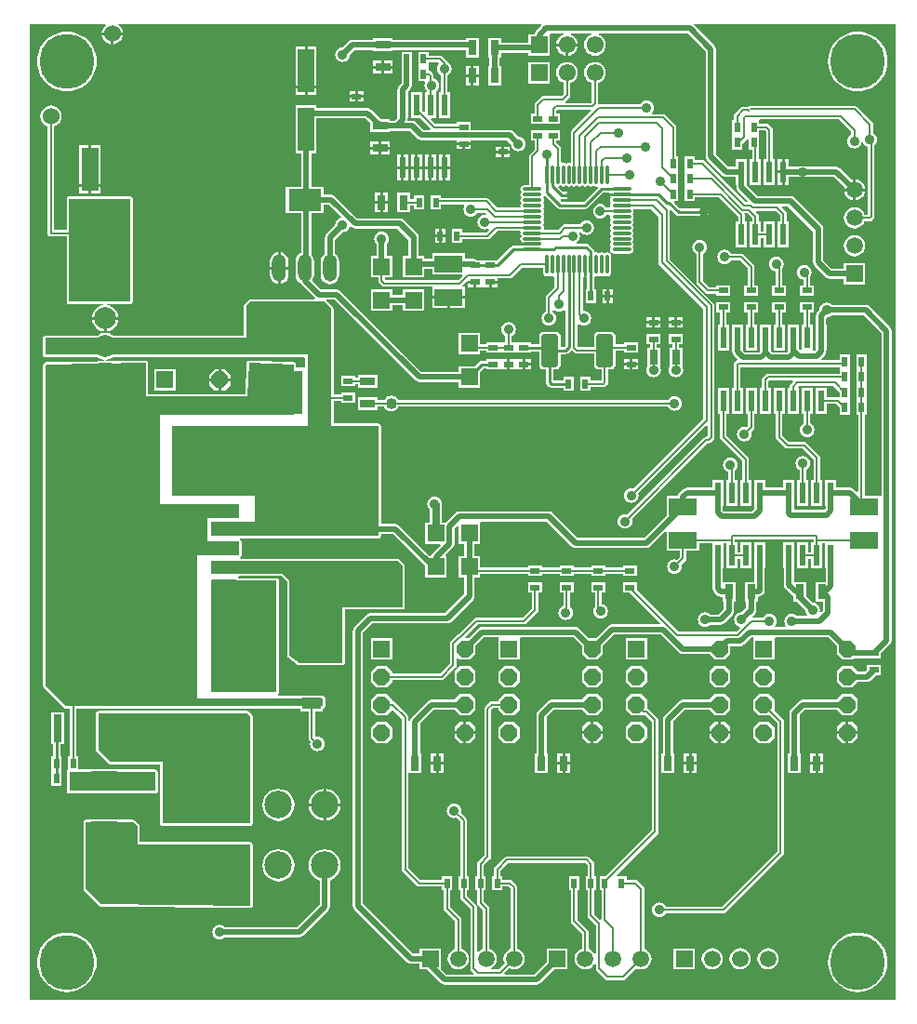
<source format=gtl>
%FSAX24Y24*%
%MOIN*%
G70*
G01*
G75*
G04 Layer_Physical_Order=1*
G04 Layer_Color=255*
%ADD10R,0.0350X0.0200*%
%ADD11R,0.0200X0.0350*%
%ADD12R,0.0300X0.0550*%
%ADD13R,0.0550X0.0300*%
%ADD14R,0.0600X0.0600*%
%ADD15R,0.0600X0.0600*%
%ADD16R,0.1000X0.0600*%
%ADD17R,0.0240X0.0760*%
%ADD18R,0.1181X0.0787*%
%ADD19O,0.0500X0.0984*%
%ADD20O,0.0118X0.0689*%
%ADD21O,0.0689X0.0118*%
%ADD22R,0.0650X0.0400*%
%ADD23C,0.0600*%
G04:AMPARAMS|DCode=24|XSize=59.1mil|YSize=118.1mil|CornerRadius=5.9mil|HoleSize=0mil|Usage=FLASHONLY|Rotation=180.000|XOffset=0mil|YOffset=0mil|HoleType=Round|Shape=RoundedRectangle|*
%AMROUNDEDRECTD24*
21,1,0.0591,0.1063,0,0,180.0*
21,1,0.0472,0.1181,0,0,180.0*
1,1,0.0118,-0.0236,0.0532*
1,1,0.0118,0.0236,0.0532*
1,1,0.0118,0.0236,-0.0532*
1,1,0.0118,-0.0236,-0.0532*
%
%ADD24ROUNDEDRECTD24*%
G04:AMPARAMS|DCode=25|XSize=100mil|YSize=50mil|CornerRadius=5mil|HoleSize=0mil|Usage=FLASHONLY|Rotation=180.000|XOffset=0mil|YOffset=0mil|HoleType=Round|Shape=RoundedRectangle|*
%AMROUNDEDRECTD25*
21,1,0.1000,0.0400,0,0,180.0*
21,1,0.0900,0.0500,0,0,180.0*
1,1,0.0100,-0.0450,0.0200*
1,1,0.0100,0.0450,0.0200*
1,1,0.0100,0.0450,-0.0200*
1,1,0.0100,-0.0450,-0.0200*
%
%ADD25ROUNDEDRECTD25*%
%ADD26R,0.2008X0.2000*%
%ADD27R,0.0315X0.0984*%
G04:AMPARAMS|DCode=28|XSize=275.6mil|YSize=137.8mil|CornerRadius=13.8mil|HoleSize=0mil|Usage=FLASHONLY|Rotation=180.000|XOffset=0mil|YOffset=0mil|HoleType=Round|Shape=RoundedRectangle|*
%AMROUNDEDRECTD28*
21,1,0.2756,0.1102,0,0,180.0*
21,1,0.2480,0.1378,0,0,180.0*
1,1,0.0276,-0.1240,0.0551*
1,1,0.0276,0.1240,0.0551*
1,1,0.0276,0.1240,-0.0551*
1,1,0.0276,-0.1240,-0.0551*
%
%ADD28ROUNDEDRECTD28*%
%ADD29R,0.0850X0.0421*%
G04:AMPARAMS|DCode=30|XSize=417.3mil|YSize=236.2mil|CornerRadius=23.6mil|HoleSize=0mil|Usage=FLASHONLY|Rotation=90.000|XOffset=0mil|YOffset=0mil|HoleType=Round|Shape=RoundedRectangle|*
%AMROUNDEDRECTD30*
21,1,0.4173,0.1890,0,0,90.0*
21,1,0.3701,0.2362,0,0,90.0*
1,1,0.0472,0.0945,0.1850*
1,1,0.0472,0.0945,-0.1850*
1,1,0.0472,-0.0945,-0.1850*
1,1,0.0472,-0.0945,0.1850*
%
%ADD30ROUNDEDRECTD30*%
%ADD31C,0.0100*%
%ADD32C,0.0200*%
%ADD33C,0.0080*%
%ADD34C,0.0250*%
%ADD35R,0.2350X0.4000*%
%ADD36R,0.5200X0.0300*%
%ADD37R,0.2200X0.3700*%
%ADD38R,0.3100X0.0700*%
%ADD39C,0.0591*%
%ADD40R,0.0591X0.0591*%
%ADD41P,0.0649X8X112.5*%
%ADD42R,0.0591X0.0591*%
%ADD43P,0.0649X8X22.5*%
%ADD44R,0.0591X0.1575*%
%ADD45C,0.0787*%
G04:AMPARAMS|DCode=46|XSize=78.7mil|YSize=78.7mil|CornerRadius=19.7mil|HoleSize=0mil|Usage=FLASHONLY|Rotation=0.000|XOffset=0mil|YOffset=0mil|HoleType=Round|Shape=RoundedRectangle|*
%AMROUNDEDRECTD46*
21,1,0.0787,0.0394,0,0,0.0*
21,1,0.0394,0.0787,0,0,0.0*
1,1,0.0394,0.0197,-0.0197*
1,1,0.0394,-0.0197,-0.0197*
1,1,0.0394,-0.0197,0.0197*
1,1,0.0394,0.0197,0.0197*
%
%ADD46ROUNDEDRECTD46*%
%ADD47C,0.1969*%
%ADD48R,0.0610X0.0610*%
%ADD49C,0.0610*%
%ADD50R,0.1969X0.0591*%
%ADD51C,0.0984*%
G04:AMPARAMS|DCode=52|XSize=98.4mil|YSize=98.4mil|CornerRadius=9.8mil|HoleSize=0mil|Usage=FLASHONLY|Rotation=90.000|XOffset=0mil|YOffset=0mil|HoleType=Round|Shape=RoundedRectangle|*
%AMROUNDEDRECTD52*
21,1,0.0984,0.0787,0,0,90.0*
21,1,0.0787,0.0984,0,0,90.0*
1,1,0.0197,0.0394,0.0394*
1,1,0.0197,0.0394,-0.0394*
1,1,0.0197,-0.0394,-0.0394*
1,1,0.0197,-0.0394,0.0394*
%
%ADD52ROUNDEDRECTD52*%
%ADD53C,0.0360*%
%ADD54C,0.0400*%
G36*
X112162Y062445D02*
X081135D01*
Y097409D01*
X083852D01*
X083868Y097362D01*
X083829Y097332D01*
X083768Y097252D01*
X083730Y097160D01*
X083723Y097111D01*
X084477D01*
X084470Y097160D01*
X084432Y097252D01*
X084371Y097332D01*
X084292Y097393D01*
X084295Y097409D01*
X099474D01*
X099493Y097363D01*
X099270Y097140D01*
X099230Y097081D01*
X099228Y097069D01*
X099223Y097046D01*
X099015D01*
Y096744D01*
X098030D01*
Y096916D01*
X097570D01*
Y096206D01*
X097616D01*
Y095916D01*
X097570D01*
Y095206D01*
X098030D01*
Y095916D01*
X097984D01*
Y096206D01*
X098030D01*
Y096377D01*
X099015D01*
Y096276D01*
X099785D01*
Y097046D01*
D01*
Y097046D01*
X099816Y097077D01*
X100271D01*
X100281Y097028D01*
X100206Y096997D01*
X100125Y096935D01*
X100064Y096855D01*
X100025Y096761D01*
X100018Y096711D01*
X100782D01*
X100775Y096761D01*
X100736Y096855D01*
X100675Y096935D01*
X100594Y096997D01*
X100519Y097028D01*
X100529Y097077D01*
X101271D01*
X101281Y097028D01*
X101206Y096997D01*
X101125Y096935D01*
X101064Y096855D01*
X101025Y096761D01*
X101012Y096661D01*
X101025Y096560D01*
X101064Y096466D01*
X101125Y096386D01*
X101206Y096324D01*
X101299Y096285D01*
X101400Y096272D01*
X101501Y096285D01*
X101594Y096324D01*
X101675Y096386D01*
X101736Y096466D01*
X101775Y096560D01*
X101788Y096661D01*
X101775Y096761D01*
X101736Y096855D01*
X101675Y096935D01*
X101594Y096997D01*
X101519Y097028D01*
X101529Y097077D01*
X104724D01*
X105366Y096435D01*
Y092661D01*
X105378Y092602D01*
X105380Y092590D01*
X105420Y092531D01*
X105970Y091981D01*
X106010Y091954D01*
X106030Y091941D01*
X106100Y091927D01*
X106450D01*
Y091651D01*
X106466D01*
Y091561D01*
X106478Y091502D01*
X106480Y091490D01*
X106520Y091431D01*
X106872Y091079D01*
X106853Y091033D01*
X106801D01*
X105337Y092497D01*
X105297Y092524D01*
X105250Y092533D01*
X104980D01*
Y092666D01*
X104620D01*
Y092156D01*
X104620Y092156D01*
X104620Y092116D01*
X104620D01*
Y091606D01*
X104620Y091606D01*
X104620Y091566D01*
X104620D01*
Y091056D01*
X104980D01*
Y091188D01*
X105847D01*
X106528Y090507D01*
Y090321D01*
X106450D01*
Y089401D01*
X106850D01*
Y090321D01*
X106772D01*
Y090558D01*
X106763Y090605D01*
X106752Y090621D01*
X106756Y090628D01*
X106859D01*
X107028Y090460D01*
Y090321D01*
X106950D01*
Y089401D01*
X107350D01*
Y089738D01*
X107450D01*
Y089401D01*
X107850D01*
Y090321D01*
X107450D01*
Y089983D01*
X107350D01*
Y090321D01*
X107272D01*
Y090511D01*
X107263Y090558D01*
X107237Y090597D01*
X107162Y090672D01*
X107181Y090718D01*
X107869D01*
X108028Y090560D01*
Y090321D01*
X107950D01*
Y089401D01*
X108350D01*
Y090321D01*
X108272D01*
Y090611D01*
X108263Y090658D01*
X108237Y090697D01*
X108103Y090831D01*
X108122Y090877D01*
X108324D01*
X109216Y089985D01*
Y088861D01*
X109228Y088802D01*
X109230Y088790D01*
X109270Y088731D01*
X109670Y088331D01*
X109710Y088304D01*
X109730Y088291D01*
X109800Y088277D01*
X110325D01*
Y088085D01*
X111075D01*
Y088836D01*
X110325D01*
Y088644D01*
X109876D01*
X109584Y088937D01*
Y090061D01*
X109570Y090131D01*
X109530Y090190D01*
X108530Y091190D01*
X108470Y091230D01*
X108459Y091233D01*
X108400Y091244D01*
X107226D01*
X106834Y091637D01*
Y091651D01*
X106850D01*
Y092571D01*
X106450D01*
Y092294D01*
X106176D01*
X105734Y092737D01*
Y096511D01*
X105722Y096569D01*
X105720Y096581D01*
X105680Y096640D01*
X104930Y097390D01*
X104935Y097409D01*
X112162D01*
Y062445D01*
D02*
G37*
%LPC*%
G36*
X094130Y075391D02*
X093370D01*
Y074631D01*
X094130D01*
Y075391D01*
D02*
G37*
G36*
X111400Y074444D02*
X111382Y074441D01*
X111145D01*
Y074265D01*
X111074Y074194D01*
X110822D01*
Y074201D01*
X110632Y074391D01*
X110252D01*
X110062Y074201D01*
Y073821D01*
X110252Y073631D01*
X110632D01*
X110822Y073821D01*
Y073827D01*
X111150D01*
X111209Y073839D01*
X111220Y073841D01*
X111280Y073881D01*
X111480Y074081D01*
X111655D01*
Y074441D01*
X111418D01*
X111400Y074444D01*
D02*
G37*
G36*
X106065Y074391D02*
X105685D01*
X105495Y074201D01*
Y073821D01*
X105685Y073631D01*
X106065D01*
X106255Y073821D01*
Y074201D01*
X106065Y074391D01*
D02*
G37*
G36*
X107640D02*
X107260D01*
X107070Y074201D01*
Y073821D01*
X107260Y073631D01*
X107640D01*
X107830Y073821D01*
Y074201D01*
X107640Y074391D01*
D02*
G37*
G36*
X103263Y075391D02*
X102503D01*
Y074631D01*
X103263D01*
Y075391D01*
D02*
G37*
G36*
X106200Y084371D02*
X105800D01*
Y083451D01*
X105878D01*
Y082611D01*
X105878Y082611D01*
X105878D01*
X105887Y082564D01*
X105913Y082524D01*
X106678Y081760D01*
Y081071D01*
X106600D01*
Y080151D01*
X107000D01*
Y081071D01*
X106922D01*
Y081811D01*
X106913Y081858D01*
X106887Y081897D01*
X106122Y082661D01*
Y083451D01*
X106200D01*
Y084371D01*
D02*
G37*
G36*
X108850Y081923D02*
X108782Y081914D01*
X108719Y081888D01*
X108665Y081846D01*
X108623Y081792D01*
X108597Y081729D01*
X108588Y081661D01*
X108597Y081593D01*
X108623Y081530D01*
X108665Y081475D01*
X108719Y081434D01*
X108728Y081430D01*
Y081071D01*
X108650D01*
Y080151D01*
X109050D01*
Y081071D01*
X108972D01*
Y081430D01*
X108981Y081434D01*
X109035Y081475D01*
X109077Y081530D01*
X109103Y081593D01*
X109112Y081661D01*
X109103Y081729D01*
X109077Y081792D01*
X109035Y081846D01*
X108981Y081888D01*
X108918Y081914D01*
X108850Y081923D01*
D02*
G37*
G36*
X106250Y081873D02*
X106182Y081864D01*
X106119Y081838D01*
X106065Y081796D01*
X106023Y081742D01*
X105997Y081679D01*
X105988Y081611D01*
X105997Y081543D01*
X106023Y081480D01*
X106065Y081425D01*
X106119Y081384D01*
X106178Y081359D01*
Y081071D01*
X106100D01*
Y080151D01*
X106500D01*
Y081071D01*
X106422D01*
Y081415D01*
X106435Y081425D01*
X106477Y081480D01*
X106503Y081543D01*
X106512Y081611D01*
X106503Y081679D01*
X106477Y081742D01*
X106435Y081796D01*
X106381Y081838D01*
X106318Y081864D01*
X106250Y081873D01*
D02*
G37*
G36*
X100638Y077391D02*
X100128D01*
Y077031D01*
X100261D01*
Y076555D01*
X100219Y076538D01*
X100165Y076496D01*
X100123Y076442D01*
X100097Y076379D01*
X100088Y076311D01*
X100097Y076243D01*
X100123Y076180D01*
X100165Y076125D01*
X100219Y076084D01*
X100282Y076057D01*
X100350Y076048D01*
X100418Y076057D01*
X100481Y076084D01*
X100535Y076125D01*
X100577Y076180D01*
X100603Y076243D01*
X100612Y076311D01*
X100603Y076379D01*
X100577Y076442D01*
X100535Y076496D01*
X100506Y076519D01*
Y077031D01*
X100638D01*
Y077391D01*
D02*
G37*
G36*
X101772D02*
X101262D01*
Y077031D01*
X101394D01*
Y076520D01*
X101373Y076492D01*
X101347Y076429D01*
X101338Y076361D01*
X101347Y076293D01*
X101373Y076230D01*
X101415Y076175D01*
X101469Y076134D01*
X101532Y076107D01*
X101600Y076098D01*
X101668Y076107D01*
X101731Y076134D01*
X101785Y076175D01*
X101827Y076230D01*
X101853Y076293D01*
X101862Y076361D01*
X101853Y076429D01*
X101827Y076492D01*
X101785Y076546D01*
X101731Y076588D01*
X101668Y076614D01*
X101639Y076618D01*
Y077031D01*
X101772D01*
Y077391D01*
D02*
G37*
G36*
X103073Y074391D02*
X102693D01*
X102503Y074201D01*
Y073821D01*
X102693Y073631D01*
X103073D01*
X103263Y073821D01*
Y074201D01*
X103073Y074391D01*
D02*
G37*
G36*
X110392Y072391D02*
X110252D01*
X110062Y072201D01*
Y072061D01*
X110392D01*
Y072391D01*
D02*
G37*
G36*
X110632D02*
X110492D01*
Y072061D01*
X110822D01*
Y072201D01*
X110632Y072391D01*
D02*
G37*
G36*
X106065D02*
X105925D01*
Y072061D01*
X106255D01*
Y072201D01*
X106065Y072391D01*
D02*
G37*
G36*
X101499D02*
X101359D01*
Y072061D01*
X101689D01*
Y072201D01*
X101499Y072391D01*
D02*
G37*
G36*
X105825D02*
X105685D01*
X105495Y072201D01*
Y072061D01*
X105825D01*
Y072391D01*
D02*
G37*
G36*
X101499Y073391D02*
X101119D01*
X100929Y073201D01*
Y073194D01*
X099850D01*
X099780Y073180D01*
X099760Y073167D01*
X099720Y073140D01*
X099354Y072774D01*
X099314Y072714D01*
X099311Y072703D01*
X099300Y072644D01*
Y071266D01*
X099253D01*
Y070556D01*
X099713D01*
Y071266D01*
X099667D01*
Y072568D01*
X099926Y072827D01*
X100929D01*
Y072821D01*
X101119Y072631D01*
X101499D01*
X101689Y072821D01*
Y073201D01*
X101499Y073391D01*
D02*
G37*
G36*
X098507Y074391D02*
X098127D01*
X097937Y074201D01*
Y073821D01*
X098127Y073631D01*
X098507D01*
X098697Y073821D01*
Y074201D01*
X098507Y074391D01*
D02*
G37*
G36*
X101499D02*
X101119D01*
X100929Y074201D01*
Y073821D01*
X101119Y073631D01*
X101499D01*
X101689Y073821D01*
Y074201D01*
X101499Y074391D01*
D02*
G37*
G36*
X096932D02*
X096552D01*
X096362Y074201D01*
Y073821D01*
X096552Y073631D01*
X096932D01*
X097122Y073821D01*
Y074201D01*
X096932Y074391D01*
D02*
G37*
G36*
X106065Y073391D02*
X105685D01*
X105495Y073201D01*
Y073194D01*
X104550D01*
X104491Y073183D01*
X104480Y073180D01*
X104420Y073140D01*
X103887Y072607D01*
X103847Y072548D01*
X103845Y072536D01*
X103833Y072477D01*
Y071266D01*
X103787D01*
Y070556D01*
X104247D01*
Y071266D01*
X104200D01*
Y072401D01*
X104626Y072827D01*
X105495D01*
Y072821D01*
X105685Y072631D01*
X106065D01*
X106255Y072821D01*
Y073201D01*
X106065Y073391D01*
D02*
G37*
G36*
X110632D02*
X110252D01*
X110062Y073201D01*
Y073194D01*
X108850D01*
X108780Y073180D01*
X108760Y073167D01*
X108720Y073140D01*
X108420Y072840D01*
X108380Y072781D01*
X108378Y072769D01*
X108366Y072711D01*
Y071266D01*
X108320D01*
Y070556D01*
X108780D01*
Y071266D01*
X108734D01*
Y072635D01*
X108926Y072827D01*
X110062D01*
Y072821D01*
X110252Y072631D01*
X110632D01*
X110822Y072821D01*
Y073201D01*
X110632Y073391D01*
D02*
G37*
G36*
X108200Y084371D02*
X107800D01*
Y083451D01*
X107878D01*
Y082611D01*
X107878Y082611D01*
X107878D01*
X107887Y082564D01*
X107913Y082524D01*
X108213Y082224D01*
X108253Y082198D01*
X108300Y082188D01*
X108849D01*
X109228Y081810D01*
Y081071D01*
X109150D01*
Y080151D01*
X109550D01*
Y081071D01*
X109472D01*
Y081861D01*
X109463Y081908D01*
X109437Y081947D01*
X108987Y082397D01*
X108947Y082424D01*
X108900Y082433D01*
X108351D01*
X108122Y082661D01*
Y083451D01*
X108200D01*
Y084371D01*
D02*
G37*
G36*
X108255Y087441D02*
X107745D01*
Y087081D01*
X107878D01*
Y086621D01*
X107800D01*
Y085701D01*
X108200D01*
Y086621D01*
X108122D01*
Y087081D01*
X108255D01*
Y087441D01*
D02*
G37*
G36*
X083800Y086811D02*
X083379D01*
X083388Y086737D01*
X083436Y086622D01*
X083512Y086523D01*
X083611Y086447D01*
X083726Y086399D01*
X083800Y086390D01*
Y086811D01*
D02*
G37*
G36*
X107255Y087441D02*
X106745D01*
Y087081D01*
X106878D01*
Y086621D01*
X106800D01*
Y085701D01*
X107200D01*
Y086621D01*
X107122D01*
Y087081D01*
X107255D01*
Y087441D01*
D02*
G37*
G36*
X102955Y085391D02*
X102750D01*
Y085261D01*
X102955D01*
Y085391D01*
D02*
G37*
G36*
X106255Y087441D02*
X105745D01*
Y087081D01*
X105878D01*
Y086621D01*
X105800D01*
Y085701D01*
X106200D01*
Y086621D01*
X106122D01*
Y087081D01*
X106255D01*
Y087441D01*
D02*
G37*
G36*
X084321Y086811D02*
X083900D01*
Y086390D01*
X083974Y086399D01*
X084089Y086447D01*
X084188Y086523D01*
X084264Y086622D01*
X084312Y086737D01*
X084321Y086811D01*
D02*
G37*
G36*
X104555Y086661D02*
X104350D01*
Y086531D01*
X104555D01*
Y086661D01*
D02*
G37*
G36*
X103450Y086891D02*
X103245D01*
Y086761D01*
X103450D01*
Y086891D01*
D02*
G37*
G36*
X104250Y086661D02*
X104045D01*
Y086531D01*
X104250D01*
Y086661D01*
D02*
G37*
G36*
X103450D02*
X103245D01*
Y086531D01*
X103450D01*
Y086661D01*
D02*
G37*
G36*
X103755D02*
X103550D01*
Y086531D01*
X103755D01*
Y086661D01*
D02*
G37*
G36*
X102650Y085391D02*
X102445D01*
Y085261D01*
X102650D01*
Y085391D01*
D02*
G37*
G36*
X093605Y084841D02*
X092895D01*
Y084733D01*
X092805D01*
Y084791D01*
X092295D01*
Y084431D01*
X092805D01*
Y084488D01*
X092895D01*
Y084381D01*
X093605D01*
Y084841D01*
D02*
G37*
G36*
X103755Y086291D02*
X103245D01*
Y085931D01*
X103378D01*
Y085816D01*
X103270D01*
Y085135D01*
X103247Y085079D01*
X103238Y085011D01*
X103247Y084943D01*
X103273Y084880D01*
X103315Y084825D01*
X103369Y084784D01*
X103432Y084757D01*
X103500Y084748D01*
X103568Y084757D01*
X103631Y084784D01*
X103685Y084825D01*
X103727Y084880D01*
X103753Y084943D01*
X103762Y085011D01*
X103753Y085079D01*
X103730Y085135D01*
Y085816D01*
X103622D01*
Y085931D01*
X103755D01*
Y086291D01*
D02*
G37*
G36*
X094100Y084093D02*
X094027Y084083D01*
X093959Y084055D01*
X093900Y084010D01*
X093855Y083952D01*
X093848Y083933D01*
X093605D01*
Y084041D01*
X092895D01*
Y083581D01*
X093605D01*
Y083688D01*
X093848D01*
X093855Y083670D01*
X093900Y083611D01*
X093959Y083566D01*
X094027Y083538D01*
X094100Y083528D01*
X094173Y083538D01*
X094241Y083566D01*
X094300Y083611D01*
X094345Y083670D01*
X094352Y083688D01*
X104019D01*
X104023Y083680D01*
X104065Y083625D01*
X104119Y083584D01*
X104182Y083557D01*
X104250Y083548D01*
X104318Y083557D01*
X104381Y083584D01*
X104435Y083625D01*
X104477Y083680D01*
X104503Y083743D01*
X104512Y083811D01*
X104503Y083879D01*
X104477Y083942D01*
X104435Y083996D01*
X104381Y084038D01*
X104318Y084064D01*
X104250Y084073D01*
X104182Y084064D01*
X104119Y084038D01*
X104065Y083996D01*
X104023Y083942D01*
X104019Y083933D01*
X094352D01*
X094345Y083952D01*
X094300Y084010D01*
X094241Y084055D01*
X094173Y084083D01*
X094100Y084093D01*
D02*
G37*
G36*
X109200Y084371D02*
X108800D01*
Y083451D01*
X108878D01*
Y083091D01*
X108869Y083088D01*
X108815Y083046D01*
X108773Y082992D01*
X108747Y082929D01*
X108738Y082861D01*
X108747Y082793D01*
X108773Y082730D01*
X108815Y082675D01*
X108869Y082634D01*
X108932Y082607D01*
X109000Y082598D01*
X109068Y082607D01*
X109131Y082634D01*
X109185Y082675D01*
X109227Y082730D01*
X109253Y082793D01*
X109262Y082861D01*
X109253Y082929D01*
X109227Y082992D01*
X109185Y083046D01*
X109131Y083088D01*
X109122Y083091D01*
Y083451D01*
X109200D01*
Y084371D01*
D02*
G37*
G36*
X107200D02*
X106800D01*
Y083451D01*
X106878D01*
Y083011D01*
X106827Y082960D01*
X106818Y082964D01*
X106750Y082973D01*
X106682Y082964D01*
X106619Y082938D01*
X106565Y082896D01*
X106523Y082842D01*
X106497Y082779D01*
X106488Y082711D01*
X106497Y082643D01*
X106523Y082580D01*
X106565Y082525D01*
X106619Y082484D01*
X106682Y082457D01*
X106750Y082448D01*
X106818Y082457D01*
X106881Y082484D01*
X106935Y082525D01*
X106977Y082580D01*
X107003Y082643D01*
X107012Y082711D01*
X107003Y082779D01*
X107000Y082787D01*
X107087Y082874D01*
X107113Y082914D01*
X107113Y082914D01*
X107113Y082914D01*
X107122Y082961D01*
Y083451D01*
X107200D01*
Y084371D01*
D02*
G37*
G36*
X104555Y086291D02*
X104045D01*
Y085931D01*
X104178D01*
Y085816D01*
X104070D01*
Y085135D01*
X104047Y085079D01*
X104038Y085011D01*
X104047Y084943D01*
X104073Y084880D01*
X104115Y084825D01*
X104169Y084784D01*
X104232Y084757D01*
X104300Y084748D01*
X104368Y084757D01*
X104431Y084784D01*
X104485Y084825D01*
X104527Y084880D01*
X104553Y084943D01*
X104562Y085011D01*
X104553Y085079D01*
X104530Y085135D01*
Y085816D01*
X104422D01*
Y085931D01*
X104555D01*
Y086291D01*
D02*
G37*
G36*
X102955Y085161D02*
X102750D01*
Y085031D01*
X102955D01*
Y085161D01*
D02*
G37*
G36*
X099105Y085391D02*
X098900D01*
Y085261D01*
X099105D01*
Y085391D01*
D02*
G37*
G36*
X102650Y085161D02*
X102445D01*
Y085031D01*
X102650D01*
Y085161D01*
D02*
G37*
G36*
X098555Y085391D02*
Y085391D01*
X098350D01*
Y085211D01*
Y085031D01*
X098555D01*
Y085031D01*
X098555D01*
X098555Y085031D01*
X098595D01*
Y085031D01*
X098800D01*
Y085211D01*
Y085391D01*
X098595D01*
D01*
D01*
X098595Y085391D01*
X098555D01*
D02*
G37*
G36*
X099105Y085161D02*
X098900D01*
Y085031D01*
X099105D01*
Y085161D01*
D02*
G37*
G36*
X101259Y072391D02*
X101119D01*
X100929Y072201D01*
Y072061D01*
X101259D01*
Y072391D01*
D02*
G37*
G36*
X091761Y069997D02*
Y069476D01*
X092281D01*
X092268Y069575D01*
X092210Y069715D01*
X092119Y069834D01*
X091999Y069926D01*
X091860Y069983D01*
X091761Y069997D01*
D02*
G37*
G36*
X095700Y070861D02*
X095520D01*
Y070556D01*
X095700D01*
Y070861D01*
D02*
G37*
G36*
X091661Y069997D02*
X091561Y069983D01*
X091422Y069926D01*
X091303Y069834D01*
X091211Y069715D01*
X091153Y069575D01*
X091140Y069476D01*
X091661D01*
Y069997D01*
D02*
G37*
G36*
Y069376D02*
X091140D01*
X091153Y069277D01*
X091211Y069138D01*
X091303Y069018D01*
X091422Y068926D01*
X091561Y068869D01*
X091661Y068856D01*
Y069376D01*
D02*
G37*
G36*
X092281D02*
X091761D01*
Y068856D01*
X091860Y068869D01*
X091999Y068926D01*
X092119Y069018D01*
X092210Y069138D01*
X092268Y069277D01*
X092281Y069376D01*
D02*
G37*
G36*
X095980Y070861D02*
X095800D01*
Y070556D01*
X095980D01*
Y070861D01*
D02*
G37*
G36*
X105047D02*
X104867D01*
Y070556D01*
X105047D01*
Y070861D01*
D02*
G37*
G36*
X109300D02*
X109120D01*
Y070556D01*
X109300D01*
Y070861D01*
D02*
G37*
G36*
X104767D02*
X104587D01*
Y070556D01*
X104767D01*
Y070861D01*
D02*
G37*
G36*
X100233D02*
X100053D01*
Y070556D01*
X100233D01*
Y070861D01*
D02*
G37*
G36*
X100513D02*
X100333D01*
Y070556D01*
X100513D01*
Y070861D01*
D02*
G37*
G36*
X090057Y070003D02*
X089908Y069983D01*
X089769Y069926D01*
X089649Y069834D01*
X089557Y069715D01*
X089500Y069575D01*
X089480Y069426D01*
X089500Y069277D01*
X089557Y069138D01*
X089649Y069018D01*
X089769Y068926D01*
X089908Y068869D01*
X090057Y068849D01*
X090206Y068869D01*
X090346Y068926D01*
X090465Y069018D01*
X090557Y069138D01*
X090614Y069277D01*
X090634Y069426D01*
X090614Y069575D01*
X090557Y069715D01*
X090465Y069834D01*
X090346Y069926D01*
X090206Y069983D01*
X090057Y070003D01*
D02*
G37*
G36*
X106600Y064289D02*
X106502Y064276D01*
X106411Y064239D01*
X106332Y064178D01*
X106272Y064100D01*
X106234Y064009D01*
X106221Y063911D01*
X106234Y063813D01*
X106272Y063721D01*
X106332Y063643D01*
X106411Y063583D01*
X106502Y063545D01*
X106600Y063532D01*
X106698Y063545D01*
X106789Y063583D01*
X106868Y063643D01*
X106928Y063721D01*
X106966Y063813D01*
X106979Y063911D01*
X106966Y064009D01*
X106928Y064100D01*
X106868Y064178D01*
X106789Y064239D01*
X106698Y064276D01*
X106600Y064289D01*
D02*
G37*
G36*
X107600D02*
X107502Y064276D01*
X107411Y064239D01*
X107332Y064178D01*
X107272Y064100D01*
X107234Y064009D01*
X107221Y063911D01*
X107234Y063813D01*
X107272Y063721D01*
X107332Y063643D01*
X107411Y063583D01*
X107502Y063545D01*
X107600Y063532D01*
X107698Y063545D01*
X107789Y063583D01*
X107868Y063643D01*
X107928Y063721D01*
X107966Y063813D01*
X107979Y063911D01*
X107966Y064009D01*
X107928Y064100D01*
X107868Y064178D01*
X107789Y064239D01*
X107698Y064276D01*
X107600Y064289D01*
D02*
G37*
G36*
X105600D02*
X105502Y064276D01*
X105411Y064239D01*
X105332Y064178D01*
X105272Y064100D01*
X105234Y064009D01*
X105221Y063911D01*
X105234Y063813D01*
X105272Y063721D01*
X105332Y063643D01*
X105411Y063583D01*
X105502Y063545D01*
X105600Y063532D01*
X105698Y063545D01*
X105789Y063583D01*
X105868Y063643D01*
X105928Y063721D01*
X105966Y063813D01*
X105979Y063911D01*
X105966Y064009D01*
X105928Y064100D01*
X105868Y064178D01*
X105789Y064239D01*
X105698Y064276D01*
X105600Y064289D01*
D02*
G37*
G36*
X082475Y064853D02*
X082308Y064840D01*
X082145Y064801D01*
X081990Y064737D01*
X081847Y064649D01*
X081720Y064540D01*
X081611Y064413D01*
X081524Y064270D01*
X081460Y064115D01*
X081420Y063953D01*
X081407Y063786D01*
X081420Y063619D01*
X081460Y063456D01*
X081524Y063301D01*
X081611Y063158D01*
X081720Y063031D01*
X081847Y062922D01*
X081990Y062834D01*
X082145Y062770D01*
X082308Y062731D01*
X082475Y062718D01*
X082642Y062731D01*
X082805Y062770D01*
X082959Y062834D01*
X083102Y062922D01*
X083230Y063031D01*
X083338Y063158D01*
X083426Y063301D01*
X083490Y063456D01*
X083529Y063619D01*
X083542Y063786D01*
X083529Y063953D01*
X083490Y064115D01*
X083426Y064270D01*
X083338Y064413D01*
X083230Y064540D01*
X083102Y064649D01*
X082959Y064737D01*
X082805Y064801D01*
X082642Y064840D01*
X082475Y064853D01*
D02*
G37*
G36*
X110821D02*
X110654Y064840D01*
X110491Y064801D01*
X110337Y064737D01*
X110194Y064649D01*
X110066Y064540D01*
X109958Y064413D01*
X109870Y064270D01*
X109806Y064115D01*
X109767Y063953D01*
X109754Y063786D01*
X109767Y063619D01*
X109806Y063456D01*
X109870Y063301D01*
X109958Y063158D01*
X110066Y063031D01*
X110194Y062922D01*
X110337Y062834D01*
X110491Y062770D01*
X110654Y062731D01*
X110821Y062718D01*
X110988Y062731D01*
X111151Y062770D01*
X111306Y062834D01*
X111449Y062922D01*
X111576Y063031D01*
X111685Y063158D01*
X111772Y063301D01*
X111837Y063456D01*
X111876Y063619D01*
X111889Y063786D01*
X111876Y063953D01*
X111837Y064115D01*
X111772Y064270D01*
X111685Y064413D01*
X111576Y064540D01*
X111449Y064649D01*
X111306Y064737D01*
X111151Y064801D01*
X110988Y064840D01*
X110821Y064853D01*
D02*
G37*
G36*
X104975Y064286D02*
X104225D01*
Y063535D01*
X104975D01*
Y064286D01*
D02*
G37*
G36*
X090057Y067838D02*
X089908Y067818D01*
X089769Y067760D01*
X089649Y067669D01*
X089557Y067549D01*
X089500Y067410D01*
X089480Y067261D01*
X089500Y067111D01*
X089557Y066972D01*
X089649Y066853D01*
X089769Y066761D01*
X089908Y066703D01*
X090057Y066684D01*
X090206Y066703D01*
X090346Y066761D01*
X090465Y066853D01*
X090557Y066972D01*
X090614Y067111D01*
X090634Y067261D01*
X090614Y067410D01*
X090557Y067549D01*
X090465Y067669D01*
X090346Y067760D01*
X090206Y067818D01*
X090057Y067838D01*
D02*
G37*
G36*
X088950Y072792D02*
X088950Y072792D01*
X083600D01*
X083569Y072786D01*
X083542Y072768D01*
X083525Y072742D01*
X083518Y072711D01*
Y071411D01*
X083518Y071411D01*
X083525Y071379D01*
X083542Y071353D01*
X083992Y070903D01*
X084019Y070885D01*
X084050Y070879D01*
X084050Y070879D01*
X085818D01*
Y068761D01*
X085825Y068729D01*
X085842Y068703D01*
X085869Y068685D01*
X085900Y068679D01*
X089050D01*
X089081Y068685D01*
X089108Y068703D01*
X089125Y068729D01*
X089132Y068761D01*
Y072611D01*
X089125Y072642D01*
X089118Y072653D01*
X089108Y072668D01*
X089108Y072668D01*
X089008Y072768D01*
X088981Y072786D01*
X088950Y072792D01*
D02*
G37*
G36*
X107640Y073391D02*
X107260D01*
X107070Y073201D01*
Y072821D01*
X107260Y072631D01*
X107640D01*
X107648Y072639D01*
X107928Y072360D01*
Y067761D01*
X105949Y065783D01*
X103931D01*
X103927Y065792D01*
X103885Y065846D01*
X103831Y065888D01*
X103768Y065914D01*
X103700Y065923D01*
X103632Y065914D01*
X103569Y065888D01*
X103515Y065846D01*
X103473Y065792D01*
X103447Y065729D01*
X103438Y065661D01*
X103447Y065593D01*
X103473Y065530D01*
X103515Y065475D01*
X103569Y065434D01*
X103632Y065407D01*
X103700Y065398D01*
X103768Y065407D01*
X103831Y065434D01*
X103885Y065475D01*
X103927Y065530D01*
X103931Y065538D01*
X106000D01*
X106047Y065548D01*
X106087Y065574D01*
X106087Y065574D01*
X106087Y065574D01*
X108137Y067624D01*
X108163Y067664D01*
X108172Y067711D01*
X108172Y067711D01*
X108172Y067711D01*
Y067711D01*
Y072411D01*
X108163Y072458D01*
X108137Y072497D01*
X107822Y072812D01*
X107830Y072821D01*
Y073201D01*
X107640Y073391D01*
D02*
G37*
G36*
X091711Y067838D02*
X091561Y067818D01*
X091422Y067760D01*
X091303Y067669D01*
X091211Y067549D01*
X091153Y067410D01*
X091134Y067261D01*
X091153Y067111D01*
X091211Y066972D01*
X091303Y066853D01*
X091422Y066761D01*
X091527Y066717D01*
Y065847D01*
X090724Y065044D01*
X088137D01*
X088135Y065046D01*
X088081Y065088D01*
X088018Y065114D01*
X087950Y065123D01*
X087882Y065114D01*
X087819Y065088D01*
X087765Y065046D01*
X087723Y064992D01*
X087697Y064929D01*
X087688Y064861D01*
X087697Y064793D01*
X087723Y064730D01*
X087765Y064675D01*
X087819Y064634D01*
X087882Y064607D01*
X087950Y064598D01*
X088018Y064607D01*
X088081Y064634D01*
X088135Y064675D01*
X088137Y064677D01*
X090800D01*
X090859Y064689D01*
X090870Y064691D01*
X090930Y064731D01*
X091840Y065642D01*
X091880Y065701D01*
X091882Y065713D01*
X091894Y065771D01*
Y066717D01*
X091999Y066761D01*
X092119Y066853D01*
X092210Y066972D01*
X092268Y067111D01*
X092288Y067261D01*
X092268Y067410D01*
X092210Y067549D01*
X092119Y067669D01*
X091999Y067760D01*
X091860Y067818D01*
X091711Y067838D01*
D02*
G37*
G36*
X084250Y068893D02*
X083350D01*
X083345Y068892D01*
X083150D01*
X083119Y068886D01*
X083092Y068868D01*
X083075Y068842D01*
X083068Y068811D01*
Y066411D01*
X083075Y066379D01*
X083092Y066353D01*
X083092Y066353D01*
X083642Y065803D01*
X083655Y065794D01*
X083668Y065786D01*
X083668Y065786D01*
X083669Y065785D01*
X083684Y065782D01*
X083699Y065779D01*
X089049Y065729D01*
X089050Y065729D01*
X089050Y065729D01*
X089065Y065732D01*
X089081Y065735D01*
X089081Y065735D01*
X089081Y065735D01*
X089094Y065744D01*
X089107Y065753D01*
X089107Y065753D01*
X089108Y065753D01*
X089116Y065766D01*
X089125Y065779D01*
X089125Y065779D01*
X089125Y065779D01*
X089128Y065795D01*
X089132Y065810D01*
X089131Y065810D01*
X089132Y065811D01*
Y068011D01*
X089125Y068042D01*
X089108Y068068D01*
X089081Y068086D01*
X089050Y068092D01*
X085082D01*
Y068661D01*
X085082Y068661D01*
X085075Y068692D01*
X085058Y068718D01*
X084908Y068868D01*
X084881Y068886D01*
X084850Y068892D01*
X084850Y068892D01*
X084255D01*
X084250Y068893D01*
D02*
G37*
G36*
X109580Y070861D02*
X109400D01*
Y070556D01*
X109580D01*
Y070861D01*
D02*
G37*
G36*
X103073Y072391D02*
X102693D01*
X102503Y072201D01*
Y071821D01*
X102693Y071631D01*
X103073D01*
X103263Y071821D01*
Y072201D01*
X103073Y072391D01*
D02*
G37*
G36*
X105825Y071961D02*
X105495D01*
Y071821D01*
X105685Y071631D01*
X105825D01*
Y071961D01*
D02*
G37*
G36*
X101689D02*
X101359D01*
Y071631D01*
X101499D01*
X101689Y071821D01*
Y071961D01*
D02*
G37*
G36*
X098507Y072391D02*
X098127D01*
X097937Y072201D01*
Y071821D01*
X098127Y071631D01*
X098507D01*
X098697Y071821D01*
Y072201D01*
X098507Y072391D01*
D02*
G37*
G36*
X101259Y071961D02*
X100929D01*
Y071821D01*
X101119Y071631D01*
X101259D01*
Y071961D01*
D02*
G37*
G36*
X106255D02*
X105925D01*
Y071631D01*
X106065D01*
X106255Y071821D01*
Y071961D01*
D02*
G37*
G36*
X096692Y072391D02*
X096552D01*
X096362Y072201D01*
Y072061D01*
X096692D01*
Y072391D01*
D02*
G37*
G36*
X096932D02*
X096792D01*
Y072061D01*
X097122D01*
Y072201D01*
X096932Y072391D01*
D02*
G37*
G36*
X110822Y071961D02*
X110492D01*
Y071631D01*
X110632D01*
X110822Y071821D01*
Y071961D01*
D02*
G37*
G36*
X107640Y072391D02*
X107260D01*
X107070Y072201D01*
Y071821D01*
X107260Y071631D01*
X107640D01*
X107830Y071821D01*
Y072201D01*
X107640Y072391D01*
D02*
G37*
G36*
X110392Y071961D02*
X110062D01*
Y071821D01*
X110252Y071631D01*
X110392D01*
Y071961D01*
D02*
G37*
G36*
X097122D02*
X096792D01*
Y071631D01*
X096932D01*
X097122Y071821D01*
Y071961D01*
D02*
G37*
G36*
X100233Y071266D02*
X100053D01*
Y070961D01*
X100233D01*
Y071266D01*
D02*
G37*
G36*
X100513D02*
X100333D01*
Y070961D01*
X100513D01*
Y071266D01*
D02*
G37*
G36*
X095980D02*
X095800D01*
Y070961D01*
X095980D01*
Y071266D01*
D02*
G37*
G36*
X082387Y072733D02*
X081913D01*
Y071589D01*
X081967D01*
Y071166D01*
X081920D01*
Y070656D01*
X081920Y070656D01*
X081920Y070616D01*
X081920D01*
Y070106D01*
X082280D01*
Y070616D01*
D01*
Y070616D01*
X082280Y070616D01*
Y070656D01*
X082280D01*
Y071166D01*
X082233D01*
Y071589D01*
X082387D01*
Y072733D01*
D02*
G37*
G36*
X095700Y071266D02*
X095520D01*
Y070961D01*
X095700D01*
Y071266D01*
D02*
G37*
G36*
X104767D02*
X104587D01*
Y070961D01*
X104767D01*
Y071266D01*
D02*
G37*
G36*
X093940Y072391D02*
X093560D01*
X093370Y072201D01*
Y071821D01*
X093560Y071631D01*
X093940D01*
X094130Y071821D01*
Y072201D01*
X093940Y072391D01*
D02*
G37*
G36*
X096692Y071961D02*
X096362D01*
Y071821D01*
X096552Y071631D01*
X096692D01*
Y071961D01*
D02*
G37*
G36*
X109580Y071266D02*
X109400D01*
Y070961D01*
X109580D01*
Y071266D01*
D02*
G37*
G36*
X105047D02*
X104867D01*
Y070961D01*
X105047D01*
Y071266D01*
D02*
G37*
G36*
X109300D02*
X109120D01*
Y070961D01*
X109300D01*
Y071266D01*
D02*
G37*
G36*
X098050Y092781D02*
X097845D01*
Y092651D01*
X098050D01*
Y092781D01*
D02*
G37*
G36*
X098355D02*
X098150D01*
Y092651D01*
X098355D01*
Y092781D01*
D02*
G37*
G36*
X093650Y092911D02*
X093345D01*
Y092731D01*
X093650D01*
Y092911D01*
D02*
G37*
G36*
X095700Y092721D02*
X095550D01*
Y092311D01*
X095700D01*
Y092721D01*
D02*
G37*
G36*
X095950D02*
X095800D01*
Y092311D01*
X095950D01*
Y092721D01*
D02*
G37*
G36*
X096200D02*
X096050D01*
Y092311D01*
X096200D01*
Y092721D01*
D02*
G37*
G36*
X096650Y093061D02*
X096445D01*
Y092931D01*
X096650D01*
Y093061D01*
D02*
G37*
G36*
X096955D02*
X096750D01*
Y092931D01*
X096955D01*
Y093061D01*
D02*
G37*
G36*
X093650Y093191D02*
X093345D01*
Y093011D01*
X093650D01*
Y093191D01*
D02*
G37*
G36*
X094055Y092911D02*
X093750D01*
Y092731D01*
X094055D01*
Y092911D01*
D02*
G37*
G36*
X098050Y093011D02*
X097845D01*
Y092881D01*
X098050D01*
Y093011D01*
D02*
G37*
G36*
X098355D02*
X098150D01*
Y092881D01*
X098355D01*
Y093011D01*
D02*
G37*
G36*
X095450Y092721D02*
X095300D01*
Y092311D01*
X095450D01*
Y092721D01*
D02*
G37*
G36*
Y092211D02*
X095300D01*
Y091801D01*
X095450D01*
Y092211D01*
D02*
G37*
G36*
X095700D02*
X095550D01*
Y091801D01*
X095700D01*
Y092211D01*
D02*
G37*
G36*
X095950D02*
X095800D01*
Y091801D01*
X095950D01*
Y092211D01*
D02*
G37*
G36*
X094700D02*
X094550D01*
Y091801D01*
X094700D01*
Y092211D01*
D02*
G37*
G36*
X094950D02*
X094800D01*
Y091801D01*
X094950D01*
Y092211D01*
D02*
G37*
G36*
X095200D02*
X095050D01*
Y091801D01*
X095200D01*
Y092211D01*
D02*
G37*
G36*
X094700Y092721D02*
X094550D01*
Y092311D01*
X094700D01*
Y092721D01*
D02*
G37*
G36*
X094950D02*
X094800D01*
Y092311D01*
X094950D01*
Y092721D01*
D02*
G37*
G36*
X095200D02*
X095050D01*
Y092311D01*
X095200D01*
Y092721D01*
D02*
G37*
G36*
X096200Y092211D02*
X096050D01*
Y091801D01*
X096200D01*
Y092211D01*
D02*
G37*
G36*
X108100Y092571D02*
X107950D01*
Y092161D01*
X108100D01*
Y092571D01*
D02*
G37*
G36*
X094450Y092721D02*
X094300D01*
Y092311D01*
X094450D01*
Y092721D01*
D02*
G37*
G36*
X094055Y093191D02*
X093750D01*
Y093011D01*
X094055D01*
Y093191D01*
D02*
G37*
G36*
X094155Y095811D02*
X093850D01*
Y095631D01*
X094155D01*
Y095811D01*
D02*
G37*
G36*
X095430Y096416D02*
X095070D01*
Y095906D01*
X095070Y095906D01*
X095070Y095866D01*
X095070D01*
Y095356D01*
X095284D01*
X095311Y095314D01*
X095297Y095279D01*
X095288Y095211D01*
X095297Y095143D01*
X095323Y095080D01*
X095365Y095025D01*
X095374Y095018D01*
X095358Y094971D01*
X095300D01*
Y094279D01*
X095254Y094260D01*
X095200Y094314D01*
Y094971D01*
X094800D01*
Y094051D01*
X095117D01*
X095508Y093660D01*
X095488Y093614D01*
X095256D01*
X094980Y093890D01*
X094920Y093930D01*
X094909Y093933D01*
X094850Y093944D01*
X094697D01*
X094684Y093961D01*
Y094051D01*
X094700D01*
Y094971D01*
X094700D01*
X094700Y095001D01*
X094780Y095081D01*
X094820Y095140D01*
X094822Y095152D01*
X094834Y095211D01*
Y095611D01*
Y096161D01*
X094830Y096178D01*
Y096416D01*
X094470D01*
Y096178D01*
X094466Y096161D01*
Y095611D01*
Y095287D01*
X094370Y095190D01*
X094330Y095131D01*
X094328Y095119D01*
X094316Y095061D01*
Y094971D01*
X094300D01*
Y094051D01*
X094300D01*
X094300Y094020D01*
X094224Y093944D01*
X094055D01*
Y093991D01*
X093730D01*
X093375Y094346D01*
X093315Y094385D01*
X093303Y094388D01*
X093245Y094399D01*
X091425D01*
Y094493D01*
X091068D01*
X091050Y094495D01*
X091032Y094493D01*
X090675D01*
Y092758D01*
X090866D01*
Y091585D01*
X090324D01*
Y090637D01*
X090866D01*
Y089207D01*
X090828Y089191D01*
X090759Y089138D01*
X090706Y089069D01*
X090673Y088989D01*
X090662Y088903D01*
Y088419D01*
X090673Y088332D01*
X090706Y088252D01*
X090759Y088183D01*
X090828Y088130D01*
X090838Y088126D01*
X090865Y088086D01*
X091363Y087588D01*
X091344Y087542D01*
X089050D01*
X089050Y087542D01*
X089019Y087536D01*
X088992Y087518D01*
X088842Y087368D01*
X088825Y087342D01*
X088818Y087311D01*
X088818Y087311D01*
Y086242D01*
X084131D01*
X084089Y086274D01*
X083974Y086322D01*
X083850Y086339D01*
X083726Y086322D01*
X083611Y086274D01*
X083569Y086242D01*
X081700D01*
X081669Y086236D01*
X081642Y086218D01*
X081625Y086192D01*
X081618Y086161D01*
Y085561D01*
X081625Y085529D01*
X081642Y085503D01*
X081669Y085485D01*
X081700Y085479D01*
X083569D01*
X083611Y085447D01*
X083726Y085399D01*
X083821Y085387D01*
X083818Y085337D01*
X083653D01*
X083581Y085327D01*
X083558Y085318D01*
X081749Y085292D01*
X081737Y085290D01*
X081725Y085288D01*
X081721Y085286D01*
X081718Y085286D01*
X081708Y085279D01*
X081697Y085273D01*
X081647Y085230D01*
X081645Y085227D01*
X081642Y085226D01*
X081635Y085215D01*
X081627Y085205D01*
X081626Y085202D01*
X081625Y085199D01*
X081622Y085186D01*
X081619Y085174D01*
X081619Y085171D01*
X081618Y085168D01*
Y073711D01*
X081625Y073679D01*
X081632Y073669D01*
X081642Y073653D01*
X081642Y073653D01*
X082392Y072903D01*
X082419Y072885D01*
X082450Y072879D01*
X082450Y072879D01*
X082578D01*
Y071166D01*
X082520D01*
Y070686D01*
X082519Y070686D01*
X082492Y070668D01*
X082475Y070642D01*
X082468Y070611D01*
Y069911D01*
X082475Y069879D01*
X082492Y069853D01*
X082519Y069835D01*
X082550Y069829D01*
X085650D01*
X085681Y069835D01*
X085708Y069853D01*
X085725Y069879D01*
X085732Y069911D01*
Y070611D01*
X085725Y070642D01*
X085708Y070668D01*
X085681Y070686D01*
X085650Y070692D01*
X084255D01*
X084250Y070693D01*
X083350D01*
X083345Y070692D01*
X082880D01*
Y071166D01*
X082822D01*
Y072879D01*
X090845D01*
Y072781D01*
X091128D01*
Y071811D01*
X091137Y071764D01*
X091163Y071724D01*
X091200Y071687D01*
X091197Y071679D01*
X091188Y071611D01*
X091197Y071543D01*
X091223Y071480D01*
X091265Y071425D01*
X091319Y071384D01*
X091382Y071357D01*
X091450Y071348D01*
X091518Y071357D01*
X091581Y071384D01*
X091635Y071425D01*
X091677Y071480D01*
X091703Y071543D01*
X091712Y071611D01*
X091703Y071679D01*
X091677Y071742D01*
X091635Y071796D01*
X091581Y071838D01*
X091518Y071864D01*
X091450Y071873D01*
X091410Y071868D01*
X091372Y071901D01*
Y072781D01*
X091655D01*
Y072880D01*
X091681Y072885D01*
X091708Y072903D01*
X091725Y072929D01*
X091732Y072961D01*
Y073261D01*
X091725Y073292D01*
X091708Y073318D01*
X091681Y073336D01*
X091650Y073342D01*
X090053D01*
X090038Y073390D01*
X090058Y073403D01*
X090075Y073429D01*
X090082Y073461D01*
Y077461D01*
X090075Y077492D01*
X090058Y077518D01*
X090031Y077536D01*
X090000Y077542D01*
X088605D01*
X088605Y077582D01*
X088605D01*
Y077594D01*
X088641Y077629D01*
X090166D01*
X090368Y077427D01*
Y074761D01*
X090370Y074754D01*
X090370Y074747D01*
X090373Y074739D01*
X090375Y074729D01*
X090378Y074724D01*
X090381Y074718D01*
X090387Y074711D01*
X090392Y074703D01*
X090398Y074699D01*
X090403Y074694D01*
X090753Y074444D01*
X090761Y074441D01*
X090769Y074435D01*
X090775Y074434D01*
X090782Y074431D01*
X090791Y074431D01*
X090800Y074429D01*
X092350D01*
X092381Y074435D01*
X092408Y074453D01*
X092425Y074479D01*
X092432Y074511D01*
Y076429D01*
X094500D01*
X094531Y076435D01*
X094558Y076453D01*
X094575Y076479D01*
X094582Y076511D01*
Y078011D01*
X094582Y078011D01*
X094575Y078042D01*
X094558Y078068D01*
X094408Y078218D01*
X094381Y078236D01*
X094350Y078242D01*
X094350Y078242D01*
X088703D01*
X088688Y078290D01*
X088708Y078303D01*
X088725Y078329D01*
X088732Y078361D01*
Y078861D01*
X088725Y078892D01*
X088708Y078918D01*
X088681Y078936D01*
X088650Y078942D01*
Y078944D01*
X088685Y078979D01*
X093650D01*
X093681Y078985D01*
X093708Y079003D01*
X093725Y079029D01*
X093732Y079061D01*
Y079127D01*
X094174D01*
X095320Y077981D01*
Y077581D01*
X096080D01*
Y078341D01*
X096059D01*
X096040Y078387D01*
X096310Y078656D01*
X096350Y078716D01*
X096364Y078786D01*
Y079315D01*
X096474Y079425D01*
X096520Y079406D01*
Y078781D01*
X096716D01*
Y078341D01*
X096520D01*
Y077581D01*
X096716D01*
Y076987D01*
X096024Y076294D01*
X093350D01*
X093291Y076283D01*
X093280Y076280D01*
X093220Y076240D01*
X092770Y075790D01*
X092730Y075731D01*
X092728Y075719D01*
X092716Y075661D01*
Y065811D01*
X092728Y065752D01*
X092730Y065740D01*
X092770Y065681D01*
X094670Y063781D01*
X094730Y063741D01*
X094741Y063739D01*
X094800Y063727D01*
X095125D01*
Y063535D01*
X095367D01*
X095370Y063531D01*
X095870Y063031D01*
X095930Y062991D01*
X095941Y062989D01*
X096000Y062977D01*
X099300D01*
X099359Y062989D01*
X099370Y062991D01*
X099430Y063031D01*
X099934Y063535D01*
X100425D01*
Y064286D01*
X099675D01*
Y063795D01*
X099224Y063344D01*
X098172D01*
X098153Y063390D01*
X098335Y063573D01*
X098402Y063545D01*
X098500Y063532D01*
X098598Y063545D01*
X098689Y063583D01*
X098768Y063643D01*
X098828Y063721D01*
X098866Y063813D01*
X098879Y063911D01*
X098866Y064009D01*
X098828Y064100D01*
X098768Y064178D01*
X098689Y064239D01*
X098622Y064266D01*
Y066461D01*
X098613Y066508D01*
X098587Y066547D01*
X098437Y066697D01*
X098397Y066724D01*
X098350Y066733D01*
X098080D01*
Y066866D01*
X098022D01*
Y067060D01*
X098301Y067338D01*
X101049D01*
X101128Y067260D01*
Y066866D01*
X101070D01*
Y066356D01*
X101128D01*
Y065461D01*
X101128Y065461D01*
X101128D01*
X101137Y065414D01*
X101163Y065374D01*
X101428Y065110D01*
Y064108D01*
X101379Y064098D01*
X101378Y064100D01*
X101318Y064178D01*
X101239Y064239D01*
X101172Y064266D01*
Y064861D01*
X101163Y064908D01*
X101137Y064947D01*
X100772Y065311D01*
Y066356D01*
X100830D01*
Y066866D01*
X100470D01*
Y066356D01*
X100528D01*
Y065261D01*
X100528Y065261D01*
X100528D01*
X100537Y065214D01*
X100563Y065174D01*
X100928Y064810D01*
Y064266D01*
X100861Y064239D01*
X100782Y064178D01*
X100722Y064100D01*
X100684Y064009D01*
X100671Y063911D01*
X100684Y063813D01*
X100722Y063721D01*
X100782Y063643D01*
X100861Y063583D01*
X100952Y063545D01*
X101050Y063532D01*
X101148Y063545D01*
X101239Y063583D01*
X101318Y063643D01*
X101378Y063721D01*
X101379Y063723D01*
X101428Y063714D01*
Y063561D01*
X101428Y063561D01*
X101428D01*
X101437Y063514D01*
X101463Y063474D01*
X101763Y063174D01*
X101803Y063148D01*
X101850Y063138D01*
X102400D01*
X102447Y063148D01*
X102487Y063174D01*
X102487Y063174D01*
X102487Y063174D01*
X102885Y063573D01*
X102952Y063545D01*
X103050Y063532D01*
X103148Y063545D01*
X103239Y063583D01*
X103318Y063643D01*
X103378Y063721D01*
X103416Y063813D01*
X103429Y063911D01*
X103416Y064009D01*
X103378Y064100D01*
X103318Y064178D01*
X103239Y064239D01*
X103172Y064266D01*
Y066411D01*
X103163Y066458D01*
X103137Y066497D01*
X102937Y066697D01*
X102897Y066724D01*
X102850Y066733D01*
X102530D01*
Y066866D01*
X102193D01*
X102185Y066886D01*
X102185Y066886D01*
X102174Y066912D01*
X103637Y068374D01*
X103663Y068414D01*
X103663Y068414D01*
X103663Y068414D01*
X103672Y068461D01*
Y072461D01*
X103663Y072508D01*
X103637Y072547D01*
X103337Y072847D01*
X103297Y072874D01*
X103263Y072880D01*
Y073201D01*
X103073Y073391D01*
X102693D01*
X102503Y073201D01*
Y072821D01*
X102693Y072631D01*
X103073D01*
X103090Y072647D01*
X103133Y072638D01*
X103199D01*
X103428Y072410D01*
Y068511D01*
X101782Y066866D01*
X101570D01*
Y066356D01*
X101628D01*
Y065321D01*
X101581Y065302D01*
X101372Y065511D01*
Y066356D01*
X101430D01*
Y066866D01*
X101372D01*
Y067311D01*
X101363Y067358D01*
X101337Y067397D01*
X101187Y067547D01*
X101147Y067574D01*
X101100Y067583D01*
X098250D01*
X098203Y067574D01*
X098163Y067547D01*
X097813Y067197D01*
X097787Y067158D01*
X097778Y067111D01*
Y066866D01*
X097720D01*
Y066356D01*
X098080D01*
Y066488D01*
X098299D01*
X098378Y066410D01*
Y064266D01*
X098311Y064239D01*
X098232Y064178D01*
X098172Y064100D01*
X098134Y064009D01*
X098121Y063911D01*
X098134Y063813D01*
X098162Y063746D01*
X097949Y063533D01*
X097697D01*
X097687Y063582D01*
X097689Y063583D01*
X097768Y063643D01*
X097828Y063721D01*
X097866Y063813D01*
X097879Y063911D01*
X097866Y064009D01*
X097828Y064100D01*
X097768Y064178D01*
X097689Y064239D01*
X097622Y064266D01*
Y065711D01*
X097613Y065758D01*
X097587Y065797D01*
X097422Y065961D01*
Y066356D01*
X097480D01*
Y066866D01*
X097422D01*
Y067260D01*
X097637Y067474D01*
X097663Y067514D01*
X097663Y067514D01*
X097663Y067514D01*
X097672Y067561D01*
Y072810D01*
X097751Y072888D01*
X097937D01*
Y072821D01*
X098127Y072631D01*
X098507D01*
X098697Y072821D01*
Y073201D01*
X098507Y073391D01*
X098127D01*
X097937Y073201D01*
Y073133D01*
X097700D01*
X097653Y073124D01*
X097613Y073097D01*
X097463Y072947D01*
X097437Y072908D01*
X097428Y072861D01*
Y067611D01*
X097213Y067397D01*
X097187Y067358D01*
X097178Y067311D01*
Y066866D01*
X097120D01*
Y066356D01*
X097178D01*
Y065911D01*
X097178Y065911D01*
X097178D01*
X097187Y065864D01*
X097213Y065824D01*
X097378Y065660D01*
Y064266D01*
X097311Y064239D01*
X097232Y064178D01*
X097220Y064162D01*
X097172Y064178D01*
Y065761D01*
X097163Y065808D01*
X097137Y065847D01*
X096822Y066161D01*
Y066356D01*
X096880D01*
Y066866D01*
X096822D01*
Y068861D01*
X096813Y068908D01*
X096787Y068947D01*
X096600Y069134D01*
X096603Y069143D01*
X096612Y069211D01*
X096603Y069279D01*
X096577Y069342D01*
X096535Y069396D01*
X096481Y069438D01*
X096418Y069464D01*
X096350Y069473D01*
X096282Y069464D01*
X096219Y069438D01*
X096165Y069396D01*
X096123Y069342D01*
X096097Y069279D01*
X096088Y069211D01*
X096097Y069143D01*
X096123Y069080D01*
X096165Y069025D01*
X096219Y068984D01*
X096282Y068957D01*
X096350Y068948D01*
X096418Y068957D01*
X096427Y068961D01*
X096578Y068810D01*
Y066866D01*
X096520D01*
Y066356D01*
X096578D01*
Y066111D01*
X096578Y066111D01*
X096578D01*
X096587Y066064D01*
X096613Y066024D01*
X096928Y065710D01*
Y063920D01*
X096878Y063916D01*
X096866Y064009D01*
X096828Y064100D01*
X096768Y064178D01*
X096689Y064239D01*
X096622Y064266D01*
Y065311D01*
X096613Y065358D01*
X096587Y065397D01*
X096222Y065761D01*
Y066356D01*
X096280D01*
Y066866D01*
X095920D01*
Y066733D01*
X095151D01*
X094722Y067161D01*
Y070556D01*
X095180D01*
Y071266D01*
X095134D01*
Y072335D01*
X095626Y072827D01*
X096362D01*
Y072821D01*
X096552Y072631D01*
X096932D01*
X097122Y072821D01*
Y073201D01*
X096932Y073391D01*
X096552D01*
X096362Y073201D01*
Y073194D01*
X095550D01*
X095491Y073183D01*
X095480Y073180D01*
X095420Y073140D01*
X094820Y072540D01*
X094780Y072481D01*
X094778Y072469D01*
X094772Y072439D01*
X094722Y072444D01*
Y072561D01*
X094713Y072608D01*
X094687Y072647D01*
X094237Y073097D01*
X094197Y073124D01*
X094150Y073133D01*
X094130D01*
Y073201D01*
X093940Y073391D01*
X093560D01*
X093370Y073201D01*
Y072821D01*
X093560Y072631D01*
X093940D01*
X094130Y072821D01*
X094130Y072821D01*
Y072821D01*
X094156Y072832D01*
X094478Y072510D01*
Y067111D01*
X094478Y067111D01*
X094478D01*
X094487Y067064D01*
X094513Y067024D01*
X095013Y066524D01*
X095053Y066498D01*
X095100Y066488D01*
X095920D01*
Y066356D01*
X095978D01*
Y065711D01*
X095987Y065664D01*
X096013Y065624D01*
X096378Y065260D01*
Y064266D01*
X096311Y064239D01*
X096232Y064178D01*
X096172Y064100D01*
X096134Y064009D01*
X096121Y063911D01*
X096134Y063813D01*
X096172Y063721D01*
X096232Y063643D01*
X096311Y063583D01*
X096402Y063545D01*
X096500Y063532D01*
X096598Y063545D01*
X096689Y063583D01*
X096768Y063643D01*
X096828Y063721D01*
X096866Y063813D01*
X096878Y063905D01*
X096928Y063902D01*
Y063561D01*
X096928Y063561D01*
X096928D01*
X096937Y063514D01*
X096963Y063474D01*
X097047Y063390D01*
X097028Y063344D01*
X096076D01*
X095875Y063545D01*
Y064286D01*
X095125D01*
Y064094D01*
X094876D01*
X093084Y065887D01*
Y075585D01*
X093426Y075927D01*
X096100D01*
X096159Y075939D01*
X096170Y075941D01*
X096230Y075981D01*
X097030Y076781D01*
X097070Y076840D01*
X097072Y076852D01*
X097084Y076911D01*
Y077581D01*
X097280D01*
Y077688D01*
X098995D01*
Y077631D01*
X099505D01*
Y077688D01*
X100128D01*
Y077631D01*
X100638D01*
Y077688D01*
X101262D01*
Y077631D01*
X101772D01*
Y077688D01*
X102395D01*
Y077631D01*
X102905D01*
Y077991D01*
X102395D01*
Y077933D01*
X101772D01*
Y077991D01*
X101262D01*
Y077933D01*
X100638D01*
Y077991D01*
X100128D01*
Y077933D01*
X099505D01*
Y077991D01*
X098995D01*
Y077933D01*
X097280D01*
Y078341D01*
X097084D01*
Y078781D01*
X097280D01*
Y079541D01*
X097280D01*
Y079542D01*
X097315Y079577D01*
X099674D01*
X100570Y078681D01*
X100630Y078641D01*
X100641Y078639D01*
X100700Y078627D01*
X103250D01*
X103309Y078639D01*
X103320Y078641D01*
X103380Y078681D01*
X103924Y079225D01*
X103970Y079206D01*
Y078531D01*
X104428D01*
Y078311D01*
X104327Y078210D01*
X104318Y078214D01*
X104250Y078223D01*
X104182Y078214D01*
X104119Y078188D01*
X104065Y078146D01*
X104023Y078092D01*
X103997Y078029D01*
X103988Y077961D01*
X103997Y077893D01*
X104023Y077830D01*
X104065Y077775D01*
X104119Y077734D01*
X104182Y077707D01*
X104250Y077698D01*
X104318Y077707D01*
X104381Y077734D01*
X104435Y077775D01*
X104477Y077830D01*
X104503Y077893D01*
X104512Y077961D01*
X104503Y078029D01*
X104500Y078037D01*
X104637Y078174D01*
X104663Y078214D01*
X104672Y078261D01*
Y078531D01*
X105130D01*
Y078788D01*
X105600D01*
Y077901D01*
X105616D01*
Y077161D01*
X105628Y077102D01*
X105630Y077090D01*
X105670Y077031D01*
X105770Y076931D01*
X105810Y076904D01*
X105830Y076891D01*
X105900Y076877D01*
X105970D01*
Y076706D01*
X106016D01*
Y076437D01*
X105824Y076244D01*
X105537D01*
X105535Y076246D01*
X105481Y076288D01*
X105418Y076314D01*
X105350Y076323D01*
X105282Y076314D01*
X105219Y076288D01*
X105165Y076246D01*
X105123Y076192D01*
X105097Y076129D01*
X105088Y076061D01*
X105097Y075993D01*
X105123Y075930D01*
X105165Y075875D01*
X105219Y075834D01*
X105282Y075807D01*
X105350Y075798D01*
X105418Y075807D01*
X105481Y075834D01*
X105535Y075875D01*
X105537Y075877D01*
X105900D01*
X105959Y075889D01*
X105970Y075891D01*
X106030Y075931D01*
X106330Y076231D01*
X106370Y076290D01*
X106372Y076302D01*
X106384Y076361D01*
Y076706D01*
X106430D01*
Y077416D01*
X105984D01*
Y077901D01*
X106000D01*
Y078788D01*
X106100D01*
Y077901D01*
X106500D01*
Y078238D01*
X106600D01*
Y077901D01*
X107000D01*
Y078821D01*
X106600D01*
Y078483D01*
X106500D01*
Y078821D01*
X106422D01*
Y078911D01*
Y078938D01*
X109228D01*
Y078911D01*
Y078821D01*
X109150D01*
Y078483D01*
X109050D01*
Y078821D01*
X108650D01*
Y077901D01*
X109050D01*
Y078238D01*
X109150D01*
Y077901D01*
X109550D01*
Y078788D01*
X109650D01*
Y077901D01*
X109666D01*
Y077416D01*
X109320D01*
Y076706D01*
X109566D01*
Y076387D01*
X109502Y076323D01*
X109453Y076343D01*
X109462Y076411D01*
X109453Y076479D01*
X109427Y076542D01*
X109385Y076596D01*
X109331Y076638D01*
X109268Y076664D01*
X109200Y076673D01*
X109198Y076673D01*
X108980Y076890D01*
Y077416D01*
X108534D01*
Y077901D01*
X108550D01*
Y078821D01*
X108150D01*
Y077901D01*
X108166D01*
Y077311D01*
X108178Y077252D01*
X108180Y077240D01*
X108220Y077181D01*
X108470Y076931D01*
X108510Y076904D01*
X108520Y076898D01*
Y076706D01*
X108645D01*
X108938Y076413D01*
X108938Y076411D01*
X108947Y076343D01*
X108973Y076280D01*
X109004Y076239D01*
X108982Y076194D01*
X108637D01*
X108635Y076196D01*
X108581Y076238D01*
X108518Y076264D01*
X108450Y076273D01*
X108382Y076264D01*
X108319Y076238D01*
X108265Y076196D01*
X108223Y076142D01*
X108197Y076079D01*
X108188Y076011D01*
X108197Y075943D01*
X108223Y075880D01*
X108254Y075839D01*
X108232Y075794D01*
X107868D01*
X107846Y075839D01*
X107877Y075880D01*
X107903Y075943D01*
X107912Y076011D01*
X107903Y076079D01*
X107877Y076142D01*
X107835Y076196D01*
X107781Y076238D01*
X107718Y076264D01*
X107650Y076273D01*
X107582Y076264D01*
X107519Y076238D01*
X107465Y076196D01*
X107423Y076142D01*
X107419Y076133D01*
X107047D01*
X107028Y076179D01*
X107130Y076281D01*
X107170Y076340D01*
X107184Y076411D01*
Y076706D01*
X107230D01*
Y076877D01*
X107250D01*
X107309Y076889D01*
X107320Y076891D01*
X107380Y076931D01*
X107430Y076981D01*
X107470Y077040D01*
X107484Y077111D01*
Y077901D01*
X107500D01*
Y078821D01*
X107100D01*
Y077901D01*
X107116D01*
Y077416D01*
X106770D01*
Y076706D01*
X106816D01*
Y076487D01*
X106652Y076323D01*
X106650Y076323D01*
X106582Y076314D01*
X106519Y076288D01*
X106465Y076246D01*
X106423Y076192D01*
X106397Y076129D01*
X106388Y076061D01*
X106397Y075993D01*
X106423Y075930D01*
X106465Y075875D01*
X106519Y075834D01*
X106582Y075807D01*
X106584Y075807D01*
X106600Y075760D01*
X106474Y075633D01*
X104401D01*
X102905Y077129D01*
Y077391D01*
X102395D01*
Y077031D01*
X102657D01*
X103747Y075940D01*
X103728Y075894D01*
X102009D01*
X101939Y075880D01*
X101919Y075867D01*
X101879Y075840D01*
X101429Y075391D01*
X101188D01*
X100831Y075748D01*
X100771Y075788D01*
X100759Y075790D01*
X100701Y075802D01*
X097350D01*
X097280Y075788D01*
X097220Y075748D01*
X096863Y075391D01*
X096768D01*
X096749Y075437D01*
X097201Y075888D01*
X098850D01*
X098897Y075898D01*
X098937Y075924D01*
X099337Y076324D01*
X099363Y076364D01*
X099363Y076364D01*
X099363Y076364D01*
X099372Y076411D01*
Y077031D01*
X099505D01*
Y077391D01*
X098995D01*
Y077031D01*
X099128D01*
Y076461D01*
X098799Y076133D01*
X097150D01*
X097103Y076124D01*
X097063Y076097D01*
X096514Y075547D01*
X096496Y075544D01*
X096456Y075517D01*
X096236Y075297D01*
X096209Y075257D01*
X096200Y075210D01*
Y074484D01*
X095849Y074133D01*
X094130D01*
Y074201D01*
X093940Y074391D01*
X093560D01*
X093370Y074201D01*
Y073821D01*
X093560Y073631D01*
X093940D01*
X094130Y073821D01*
Y073888D01*
X095900D01*
X095947Y073898D01*
X095987Y073924D01*
X095987Y073924D01*
X095987Y073924D01*
X096409Y074346D01*
X096435Y074386D01*
X096435Y074386D01*
X096435Y074386D01*
X096444Y074433D01*
Y074673D01*
X096491Y074692D01*
X096552Y074631D01*
X096932D01*
X097122Y074821D01*
Y075131D01*
X097426Y075435D01*
X097937D01*
Y075391D01*
X097937D01*
Y074631D01*
X098697D01*
Y075391D01*
X098697D01*
Y075400D01*
X098732Y075435D01*
X100625D01*
X100929Y075131D01*
Y074821D01*
X101119Y074631D01*
X101499D01*
X101689Y074821D01*
Y075131D01*
X102085Y075527D01*
X103763D01*
X104409Y074881D01*
X104449Y074854D01*
X104469Y074841D01*
X104539Y074827D01*
X105495D01*
Y074821D01*
X105685Y074631D01*
X106065D01*
X106255Y074821D01*
Y075107D01*
X106615D01*
X106674Y075119D01*
X106686Y075121D01*
X106745Y075161D01*
X107011Y075427D01*
X107070D01*
Y075391D01*
X107070D01*
Y074631D01*
X107830D01*
Y075391D01*
X107830D01*
Y075392D01*
X107865Y075427D01*
X109766D01*
X110062Y075131D01*
Y074821D01*
X110252Y074631D01*
X110632D01*
X110679Y074677D01*
X111400D01*
X111418Y074681D01*
X111655D01*
Y074856D01*
X111980Y075181D01*
X112020Y075240D01*
X112022Y075252D01*
X112034Y075311D01*
Y086411D01*
X112022Y086469D01*
X112020Y086481D01*
X111980Y086540D01*
X111230Y087290D01*
X111170Y087330D01*
X111159Y087333D01*
X111100Y087344D01*
X109887D01*
X109885Y087346D01*
X109831Y087388D01*
X109768Y087414D01*
X109700Y087423D01*
X109632Y087414D01*
X109569Y087388D01*
X109515Y087346D01*
X109473Y087292D01*
X109447Y087229D01*
X109438Y087161D01*
X109438Y087158D01*
X109370Y087090D01*
X109330Y087031D01*
X109328Y087019D01*
X109316Y086961D01*
Y086621D01*
X109300D01*
Y085720D01*
X109274Y085694D01*
X109200D01*
Y085694D01*
Y085701D01*
X109200Y085730D01*
X109200Y085730D01*
X109200D01*
Y086621D01*
X109122D01*
Y087081D01*
X109255D01*
Y087441D01*
X108745D01*
Y087081D01*
X108878D01*
Y086621D01*
X108800D01*
Y085736D01*
X108754Y085716D01*
X108700Y085770D01*
Y086621D01*
X108300D01*
Y085701D01*
X108300D01*
X108300Y085680D01*
X108265Y085644D01*
X107776D01*
X107700Y085720D01*
Y086621D01*
X107300D01*
Y085701D01*
X107300D01*
X107300Y085680D01*
X107265Y085644D01*
X106776D01*
X106700Y085720D01*
Y086621D01*
X106300D01*
Y085701D01*
X106316D01*
Y085661D01*
X106328Y085602D01*
X106330Y085590D01*
X106370Y085531D01*
X106499Y085402D01*
X106485Y085354D01*
X106483Y085354D01*
X106443Y085327D01*
X106413Y085297D01*
X106387Y085258D01*
X106378Y085211D01*
Y084371D01*
X106300D01*
Y083451D01*
X106700D01*
Y084371D01*
X106622D01*
Y085118D01*
X110170D01*
Y085056D01*
X110170Y085056D01*
X110170Y085016D01*
X110170D01*
Y084883D01*
X107600D01*
X107553Y084874D01*
X107513Y084847D01*
X107413Y084747D01*
X107387Y084708D01*
X107378Y084661D01*
Y084371D01*
X107300D01*
Y083451D01*
X107700D01*
Y084371D01*
X107622D01*
Y084610D01*
X107651Y084638D01*
X108489D01*
X108508Y084592D01*
X108413Y084497D01*
X108387Y084458D01*
X108378Y084411D01*
Y084371D01*
X108300D01*
Y083451D01*
X108700D01*
Y084371D01*
X108698D01*
X108679Y084417D01*
X108701Y084438D01*
X109949D01*
X110170Y084218D01*
Y084059D01*
X110131Y084027D01*
X110100Y084033D01*
X109700D01*
Y084371D01*
X109300D01*
Y083451D01*
X109700D01*
Y083788D01*
X110049D01*
X110170Y083668D01*
Y083406D01*
X110530D01*
Y083916D01*
D01*
Y083916D01*
X110530Y083916D01*
Y083956D01*
X110530D01*
Y084466D01*
D01*
Y084466D01*
X110530Y084466D01*
Y084506D01*
X110530D01*
Y085016D01*
D01*
Y085016D01*
X110530Y085016D01*
Y085056D01*
X110530D01*
Y085566D01*
X110170D01*
Y085363D01*
X109527D01*
X109508Y085409D01*
X109630Y085531D01*
X109670Y085590D01*
X109672Y085602D01*
X109684Y085661D01*
Y085701D01*
X109700D01*
Y086621D01*
X109684D01*
Y086773D01*
X109700Y086898D01*
X109768Y086907D01*
X109831Y086934D01*
X109885Y086975D01*
X109887Y086977D01*
X111024D01*
X111666Y086335D01*
Y080491D01*
X111630D01*
Y080491D01*
X111072D01*
Y083406D01*
X111130D01*
Y083916D01*
D01*
Y083916D01*
X111130Y083916D01*
Y083956D01*
X111130D01*
Y084466D01*
D01*
Y084466D01*
X111130Y084466D01*
Y084506D01*
X111130D01*
Y085016D01*
D01*
Y085016D01*
X111130Y085016D01*
Y085056D01*
X111130D01*
Y085566D01*
X110770D01*
Y085056D01*
X110770Y085056D01*
X110770Y085016D01*
X110770D01*
Y084506D01*
X110770Y084506D01*
X110770Y084466D01*
X110770D01*
Y083956D01*
X110770Y083956D01*
X110770Y083916D01*
X110770D01*
Y083406D01*
X110828D01*
Y080658D01*
X110781Y080639D01*
X110680Y080740D01*
X110620Y080780D01*
X110609Y080783D01*
X110550Y080794D01*
X110050D01*
Y081071D01*
X109650D01*
Y080151D01*
X109666D01*
Y080037D01*
X109624Y079994D01*
X108534D01*
Y080151D01*
X108550D01*
Y081071D01*
X108150D01*
Y080794D01*
X107500D01*
Y081071D01*
X107100D01*
Y080151D01*
X107116D01*
Y080037D01*
X107024Y079944D01*
X106026D01*
X105984Y079987D01*
Y080151D01*
X106000D01*
Y081071D01*
X105600D01*
Y080794D01*
X104700D01*
X104641Y080783D01*
X104630Y080780D01*
X104570Y080740D01*
X104420Y080590D01*
X104380Y080531D01*
X104378Y080519D01*
X104372Y080491D01*
X103970D01*
Y079790D01*
X103174Y078994D01*
X100776D01*
X099880Y079890D01*
X099820Y079930D01*
X099809Y079933D01*
X099750Y079944D01*
X096550D01*
X096491Y079933D01*
X096480Y079930D01*
X096420Y079890D01*
X096070Y079541D01*
X095909D01*
Y080161D01*
X095909Y080161D01*
X095907Y080171D01*
X095912Y080211D01*
X095903Y080279D01*
X095877Y080342D01*
X095835Y080396D01*
X095781Y080438D01*
X095718Y080464D01*
X095650Y080473D01*
X095582Y080464D01*
X095519Y080438D01*
X095465Y080396D01*
X095423Y080342D01*
X095397Y080279D01*
X095388Y080211D01*
X095397Y080143D01*
X095423Y080080D01*
X095465Y080025D01*
X095491Y080005D01*
Y079541D01*
X095320D01*
Y078781D01*
X095850D01*
X095869Y078735D01*
X095570Y078436D01*
X095530Y078376D01*
X095528Y078365D01*
X095526Y078356D01*
X095479Y078342D01*
X094380Y079440D01*
X094320Y079480D01*
X094309Y079483D01*
X094250Y079494D01*
X093732D01*
Y083011D01*
X093725Y083042D01*
X093708Y083068D01*
X093681Y083086D01*
X093650Y083092D01*
X092032D01*
Y083888D01*
X092295D01*
Y083831D01*
X092805D01*
Y084191D01*
X092295D01*
Y084133D01*
X092032D01*
Y087211D01*
X092025Y087242D01*
X092018Y087253D01*
X092008Y087268D01*
X092008Y087268D01*
X091758Y087518D01*
X091760Y087527D01*
X092074D01*
X094970Y084631D01*
X095030Y084591D01*
X095041Y084589D01*
X095100Y084577D01*
X096520D01*
Y084381D01*
X097280D01*
Y084953D01*
X097405Y085078D01*
X097495D01*
Y085031D01*
X098005D01*
Y085031D01*
X098005D01*
X098005Y085031D01*
X098045D01*
Y085031D01*
X098250D01*
Y085211D01*
Y085391D01*
X098045D01*
D01*
D01*
X098045Y085391D01*
X098005D01*
Y085391D01*
X097495D01*
Y085343D01*
X097350D01*
X097299Y085333D01*
X097256Y085304D01*
X097093Y085141D01*
X096520D01*
Y084944D01*
X095176D01*
X092280Y087840D01*
X092220Y087880D01*
X092209Y087883D01*
X092150Y087894D01*
X091576D01*
X091255Y088216D01*
X091283Y088252D01*
X091316Y088332D01*
X091327Y088419D01*
Y088903D01*
X091316Y088989D01*
X091283Y089069D01*
X091234Y089133D01*
Y090637D01*
X091665D01*
Y090927D01*
X091883D01*
X092299Y090511D01*
X092283Y090464D01*
X092282Y090464D01*
X092219Y090438D01*
X092165Y090396D01*
X092123Y090342D01*
X092097Y090279D01*
X092088Y090211D01*
X092088Y090208D01*
X091770Y089890D01*
X091730Y089831D01*
X091728Y089819D01*
X091716Y089761D01*
Y089178D01*
X091665Y089138D01*
X091612Y089069D01*
X091578Y088989D01*
X091567Y088903D01*
Y088419D01*
X091578Y088332D01*
X091612Y088252D01*
X091665Y088183D01*
X091734Y088130D01*
X091814Y088097D01*
X091900Y088086D01*
X091986Y088097D01*
X092066Y088130D01*
X092135Y088183D01*
X092188Y088252D01*
X092222Y088332D01*
X092233Y088419D01*
Y088903D01*
X092222Y088989D01*
X092188Y089069D01*
X092135Y089138D01*
X092084Y089178D01*
Y089685D01*
X092348Y089949D01*
X092350Y089948D01*
X092418Y089957D01*
X092481Y089984D01*
X092535Y090025D01*
X092577Y090080D01*
X092603Y090143D01*
X092603Y090143D01*
X092651Y090160D01*
X092679Y090131D01*
X092739Y090091D01*
X092751Y090089D01*
X092809Y090077D01*
X094324D01*
X094716Y089685D01*
Y089091D01*
X094520D01*
Y088331D01*
X095280D01*
Y088627D01*
X095570D01*
Y088431D01*
X096632D01*
X096651Y088385D01*
X096499Y088233D01*
X093901D01*
X093872Y088261D01*
Y088331D01*
X094130D01*
Y089091D01*
X093934D01*
Y089524D01*
X093935Y089525D01*
X093977Y089580D01*
X094003Y089643D01*
X094012Y089711D01*
X094003Y089779D01*
X093977Y089842D01*
X093935Y089896D01*
X093881Y089938D01*
X093818Y089964D01*
X093750Y089973D01*
X093682Y089964D01*
X093619Y089938D01*
X093565Y089896D01*
X093523Y089842D01*
X093497Y089779D01*
X093488Y089711D01*
X093497Y089643D01*
X093523Y089580D01*
X093565Y089525D01*
X093566Y089524D01*
Y089091D01*
X093370D01*
Y088331D01*
X093628D01*
Y088211D01*
X093637Y088164D01*
X093663Y088124D01*
X093763Y088024D01*
X093763Y088024D01*
X093763D01*
X093763Y088024D01*
X093763D01*
X093763Y088024D01*
Y088024D01*
Y088024D01*
D01*
D01*
X093763D01*
Y088024D01*
X093803Y087998D01*
X093850Y087988D01*
X095570D01*
Y087661D01*
X096730D01*
Y087991D01*
X096668D01*
X096649Y088037D01*
X096799Y088186D01*
X096845Y088167D01*
Y088211D01*
X097100D01*
Y088161D01*
X097150D01*
Y087981D01*
X097355D01*
Y087981D01*
X097355D01*
X097355Y087981D01*
X097395D01*
Y087981D01*
X097600D01*
Y088161D01*
X097650D01*
Y088211D01*
X097905D01*
Y088288D01*
X098350D01*
X098397Y088298D01*
X098437Y088324D01*
X098437Y088324D01*
X098437Y088324D01*
X098792Y088680D01*
X099533D01*
Y088517D01*
X099544Y088462D01*
X099575Y088416D01*
X099621Y088386D01*
X099675Y088375D01*
X099729Y088386D01*
X099774Y088415D01*
X099818Y088386D01*
X099872Y088375D01*
X099908Y088382D01*
X099947Y088350D01*
Y087980D01*
X099663Y087697D01*
X099637Y087658D01*
X099628Y087611D01*
Y087091D01*
X099619Y087088D01*
X099565Y087046D01*
X099523Y086992D01*
X099497Y086929D01*
X099488Y086861D01*
X099497Y086793D01*
X099523Y086730D01*
X099565Y086675D01*
X099619Y086634D01*
X099682Y086607D01*
X099750Y086598D01*
X099818Y086607D01*
X099881Y086634D01*
X099935Y086675D01*
X099977Y086730D01*
X100003Y086793D01*
X100012Y086861D01*
X100003Y086929D01*
X099977Y086992D01*
X099935Y087046D01*
X099881Y087088D01*
X099872Y087091D01*
Y087143D01*
X099902Y087166D01*
X099917Y087173D01*
X099969Y087134D01*
X100032Y087107D01*
X100100Y087098D01*
X100168Y087107D01*
X100231Y087134D01*
X100285Y087175D01*
X100286Y087174D01*
X100330Y087141D01*
Y085878D01*
X100295Y085843D01*
X100160D01*
Y086242D01*
X100149Y086296D01*
X100118Y086342D01*
X100072Y086373D01*
X100018Y086384D01*
X099545D01*
X099491Y086373D01*
X099445Y086342D01*
X099414Y086296D01*
X099403Y086242D01*
Y085943D01*
X099105D01*
Y085991D01*
X098595D01*
D01*
D01*
X098595Y085991D01*
X098555D01*
Y085991D01*
X098422D01*
Y086230D01*
X098431Y086234D01*
X098485Y086275D01*
X098527Y086330D01*
X098553Y086393D01*
X098562Y086461D01*
X098553Y086529D01*
X098527Y086592D01*
X098485Y086646D01*
X098431Y086688D01*
X098368Y086714D01*
X098300Y086723D01*
X098232Y086714D01*
X098169Y086688D01*
X098115Y086646D01*
X098073Y086592D01*
X098047Y086529D01*
X098038Y086461D01*
X098047Y086393D01*
X098073Y086330D01*
X098115Y086275D01*
X098169Y086234D01*
X098178Y086230D01*
Y085991D01*
X098045D01*
D01*
D01*
X098045Y085991D01*
X098005D01*
Y085991D01*
X097495D01*
Y085933D01*
X097280D01*
Y086341D01*
X096520D01*
Y085581D01*
X097280D01*
Y085688D01*
X097495D01*
Y085631D01*
X098005D01*
Y085631D01*
X098005D01*
X098005Y085631D01*
X098045D01*
Y085631D01*
X098555D01*
Y085631D01*
X098555D01*
X098555Y085631D01*
X098595D01*
Y085631D01*
X099105D01*
Y085678D01*
X099403D01*
Y085179D01*
X099414Y085125D01*
X099445Y085079D01*
X099491Y085048D01*
X099545Y085037D01*
X099649D01*
Y084579D01*
X099659Y084528D01*
X099688Y084485D01*
X099688Y084485D01*
X099688Y084485D01*
X099756Y084417D01*
X099799Y084388D01*
X099850Y084378D01*
X100270D01*
Y084256D01*
X100630D01*
Y084766D01*
X100270D01*
Y084643D01*
X099914D01*
Y085037D01*
X100018D01*
X100072Y085048D01*
X100118Y085079D01*
X100149Y085125D01*
X100160Y085179D01*
Y085578D01*
X100350D01*
X100401Y085588D01*
X100444Y085617D01*
X100478Y085651D01*
X100573Y085715D01*
X100663Y085624D01*
X100663Y085624D01*
X100663D01*
X100663Y085624D01*
X100663D01*
X100663Y085624D01*
Y085624D01*
Y085624D01*
D01*
D01*
X100663D01*
Y085624D01*
X100703Y085598D01*
X100750Y085588D01*
X101372D01*
Y085179D01*
X101383Y085125D01*
X101414Y085079D01*
X101460Y085048D01*
X101514Y085037D01*
X101628D01*
Y084633D01*
X101230D01*
Y084766D01*
X100870D01*
Y084256D01*
X101230D01*
Y084388D01*
X101700D01*
X101747Y084398D01*
X101787Y084424D01*
X101787Y084424D01*
X101787Y084424D01*
X101837Y084474D01*
X101863Y084514D01*
X101872Y084561D01*
X101872Y084561D01*
X101872Y084561D01*
Y084561D01*
Y085037D01*
X101986D01*
X102040Y085048D01*
X102086Y085079D01*
X102117Y085125D01*
X102128Y085179D01*
Y085688D01*
X102445D01*
Y085631D01*
X102955D01*
Y085991D01*
X102445D01*
Y085933D01*
X102128D01*
Y086242D01*
X102117Y086296D01*
X102086Y086342D01*
X102040Y086373D01*
X101986Y086384D01*
X101514D01*
X101460Y086373D01*
X101414Y086342D01*
X101383Y086296D01*
X101372Y086242D01*
Y085833D01*
X100801D01*
X100782Y085852D01*
Y086644D01*
X100827Y086666D01*
X100869Y086634D01*
X100932Y086607D01*
X101000Y086598D01*
X101068Y086607D01*
X101131Y086634D01*
X101185Y086675D01*
X101227Y086730D01*
X101253Y086793D01*
X101262Y086861D01*
X101253Y086929D01*
X101227Y086992D01*
X101185Y087046D01*
X101131Y087088D01*
X101068Y087114D01*
X101000Y087123D01*
X100979Y087142D01*
Y088350D01*
X101017Y088382D01*
X101003Y088385D01*
Y088802D01*
X101103D01*
Y088385D01*
X101079Y088380D01*
X101117Y088348D01*
Y087916D01*
X101070D01*
Y087406D01*
X101430D01*
Y087916D01*
X101383D01*
Y088348D01*
X101421Y088380D01*
X101447Y088375D01*
X101501Y088386D01*
X101545Y088415D01*
X101589Y088386D01*
X101644Y088375D01*
X101698Y088386D01*
X101742Y088415D01*
X101786Y088386D01*
X101841Y088375D01*
X101895Y088386D01*
X101941Y088416D01*
X101972Y088462D01*
X101982Y088517D01*
Y089087D01*
X101972Y089142D01*
X101941Y089188D01*
X101895Y089218D01*
X101841Y089229D01*
X101786Y089218D01*
X101742Y089189D01*
X101698Y089218D01*
X101644Y089229D01*
X101589Y089218D01*
X101545Y089189D01*
X101501Y089218D01*
X101447Y089229D01*
X101413Y089223D01*
X101375Y089254D01*
Y089258D01*
X101365Y089309D01*
X101336Y089352D01*
X101183Y089504D01*
X101140Y089533D01*
X101090Y089543D01*
X100756D01*
X100740Y089591D01*
X100785Y089625D01*
X100827Y089680D01*
X100853Y089743D01*
X100862Y089811D01*
X100853Y089879D01*
X100827Y089942D01*
X100826Y089944D01*
X100834Y089960D01*
X100884Y089965D01*
X100915Y089925D01*
X100969Y089884D01*
X101032Y089857D01*
X101100Y089848D01*
X101168Y089857D01*
X101231Y089884D01*
X101285Y089925D01*
X101327Y089980D01*
X101353Y090043D01*
X101362Y090111D01*
X101353Y090179D01*
X101327Y090242D01*
X101285Y090296D01*
X101231Y090338D01*
X101168Y090364D01*
X101100Y090373D01*
X101032Y090364D01*
X100969Y090338D01*
X100915Y090296D01*
X100873Y090242D01*
X100869Y090233D01*
X100324D01*
X100277Y090224D01*
X100237Y090197D01*
X100077Y090037D01*
X099605D01*
X099574Y090075D01*
X099581Y090111D01*
X099570Y090165D01*
X099540Y090210D01*
X099570Y090254D01*
X099581Y090308D01*
X099570Y090362D01*
X099540Y090406D01*
X099570Y090451D01*
X099581Y090505D01*
X099570Y090559D01*
X099540Y090603D01*
X099570Y090647D01*
X099581Y090702D01*
X099570Y090756D01*
X099540Y090800D01*
X099570Y090844D01*
X099581Y090899D01*
X099570Y090953D01*
X099540Y090997D01*
X099570Y091041D01*
X099581Y091095D01*
X099570Y091150D01*
X099540Y091194D01*
X099570Y091238D01*
X099570Y091240D01*
X099618Y091255D01*
X100056Y090817D01*
X100099Y090788D01*
X100150Y090778D01*
X101050D01*
X101101Y090788D01*
X101144Y090817D01*
X101144Y090817D01*
X101144Y090817D01*
X101683Y091357D01*
X101908D01*
X101940Y091318D01*
X101945Y091342D01*
X102362D01*
Y091242D01*
X101945D01*
X101946Y091238D01*
X101975Y091194D01*
X101946Y091150D01*
X101935Y091095D01*
X101946Y091041D01*
X101975Y090997D01*
X101946Y090953D01*
X101935Y090899D01*
X101942Y090863D01*
X101910Y090824D01*
X101822D01*
X101818Y090833D01*
X101776Y090887D01*
X101722Y090929D01*
X101659Y090955D01*
X101591Y090964D01*
X101523Y090955D01*
X101460Y090929D01*
X101406Y090887D01*
X101364Y090833D01*
X101338Y090770D01*
X101329Y090702D01*
X101338Y090634D01*
X101364Y090571D01*
X101406Y090516D01*
X101460Y090475D01*
X101523Y090448D01*
X101591Y090439D01*
X101659Y090448D01*
X101722Y090475D01*
X101776Y090516D01*
X101818Y090571D01*
X101822Y090579D01*
X101910D01*
X101942Y090541D01*
X101935Y090505D01*
X101946Y090451D01*
X101975Y090406D01*
X101946Y090362D01*
X101935Y090308D01*
X101946Y090254D01*
X101975Y090210D01*
X101946Y090165D01*
X101935Y090111D01*
X101946Y090057D01*
X101975Y090013D01*
X101946Y089969D01*
X101935Y089914D01*
X101946Y089860D01*
X101975Y089816D01*
X101946Y089772D01*
X101935Y089717D01*
X101946Y089663D01*
X101975Y089619D01*
X101946Y089575D01*
X101935Y089521D01*
X101946Y089466D01*
X101975Y089422D01*
X101946Y089378D01*
X101935Y089324D01*
X101946Y089269D01*
X101977Y089223D01*
X102023Y089193D01*
X102077Y089182D01*
X102648D01*
X102702Y089193D01*
X102748Y089223D01*
X102779Y089269D01*
X102789Y089324D01*
X102779Y089378D01*
X102749Y089422D01*
X102779Y089466D01*
X102789Y089521D01*
X102779Y089575D01*
X102749Y089619D01*
X102779Y089663D01*
X102789Y089717D01*
X102779Y089772D01*
X102749Y089816D01*
X102779Y089860D01*
X102789Y089914D01*
X102779Y089969D01*
X102749Y090013D01*
X102779Y090057D01*
X102789Y090111D01*
X102779Y090165D01*
X102749Y090210D01*
X102779Y090254D01*
X102789Y090308D01*
X102779Y090362D01*
X102749Y090406D01*
X102779Y090451D01*
X102789Y090505D01*
X102779Y090559D01*
X102749Y090603D01*
X102779Y090647D01*
X102789Y090702D01*
X102779Y090756D01*
X102789Y090776D01*
X103412D01*
X103678Y090510D01*
Y088861D01*
X103678Y088861D01*
X103678D01*
X103687Y088814D01*
X103713Y088774D01*
X105278Y087210D01*
Y083261D01*
X102777Y080760D01*
X102768Y080764D01*
X102700Y080773D01*
X102632Y080764D01*
X102569Y080738D01*
X102515Y080696D01*
X102473Y080642D01*
X102447Y080579D01*
X102438Y080511D01*
X102447Y080443D01*
X102473Y080380D01*
X102515Y080325D01*
X102569Y080284D01*
X102632Y080257D01*
X102700Y080248D01*
X102768Y080257D01*
X102831Y080284D01*
X102885Y080325D01*
X102927Y080380D01*
X102953Y080443D01*
X102962Y080511D01*
X102953Y080579D01*
X102950Y080587D01*
X105391Y083029D01*
X105438Y083010D01*
Y082645D01*
X105416Y082623D01*
X105390D01*
X105343Y082614D01*
X105327Y082603D01*
X105303Y082587D01*
X102552Y079835D01*
X102543Y079839D01*
X102475Y079848D01*
X102407Y079839D01*
X102344Y079813D01*
X102290Y079771D01*
X102248Y079717D01*
X102222Y079654D01*
X102213Y079586D01*
X102222Y079518D01*
X102248Y079455D01*
X102290Y079400D01*
X102344Y079359D01*
X102407Y079332D01*
X102475Y079323D01*
X102543Y079332D01*
X102606Y079359D01*
X102660Y079400D01*
X102702Y079455D01*
X102728Y079518D01*
X102737Y079586D01*
X102728Y079654D01*
X102725Y079662D01*
X105441Y082378D01*
X105466D01*
X105513Y082388D01*
X105553Y082414D01*
X105647Y082508D01*
X105662Y082532D01*
X105673Y082548D01*
X105682Y082594D01*
Y087327D01*
X105673Y087374D01*
X105647Y087414D01*
X104082Y088978D01*
Y090726D01*
X104129Y090745D01*
X104306Y090567D01*
X104349Y090538D01*
X104400Y090528D01*
X105350D01*
X105401Y090538D01*
X105444Y090567D01*
X105472Y090610D01*
X105483Y090661D01*
X105472Y090711D01*
X105444Y090754D01*
X105401Y090783D01*
X105350Y090793D01*
X104455D01*
X104239Y091010D01*
X104258Y091056D01*
X104380D01*
Y091566D01*
D01*
Y091566D01*
X104380Y091566D01*
Y091606D01*
X104380D01*
Y092116D01*
D01*
Y092116D01*
X104380Y092116D01*
Y092156D01*
X104380D01*
Y092666D01*
X104322D01*
Y093711D01*
X104313Y093758D01*
X104287Y093797D01*
X103937Y094147D01*
X103897Y094174D01*
X103850Y094183D01*
X103468D01*
X103445Y094213D01*
X103437Y094228D01*
X103477Y094280D01*
X103503Y094343D01*
X103512Y094411D01*
X103503Y094479D01*
X103477Y094542D01*
X103435Y094596D01*
X103381Y094638D01*
X103318Y094664D01*
X103250Y094673D01*
X103182Y094664D01*
X103119Y094638D01*
X103065Y094596D01*
X103023Y094542D01*
X103019Y094533D01*
X101550D01*
X101522Y094561D01*
Y095295D01*
X101594Y095324D01*
X101675Y095386D01*
X101736Y095466D01*
X101775Y095560D01*
X101788Y095661D01*
X101775Y095761D01*
X101736Y095855D01*
X101675Y095935D01*
X101594Y095997D01*
X101501Y096036D01*
X101400Y096049D01*
X101299Y096036D01*
X101206Y095997D01*
X101125Y095935D01*
X101064Y095855D01*
X101025Y095761D01*
X101012Y095661D01*
X101025Y095560D01*
X101064Y095466D01*
X101125Y095386D01*
X101206Y095324D01*
X101278Y095295D01*
Y094611D01*
X101249Y094583D01*
X100364D01*
X100355Y094596D01*
X100342Y094629D01*
X100487Y094774D01*
X100513Y094814D01*
X100522Y094861D01*
X100522Y094861D01*
X100522Y094861D01*
Y094861D01*
Y095295D01*
X100594Y095324D01*
X100675Y095386D01*
X100736Y095466D01*
X100775Y095560D01*
X100788Y095661D01*
X100775Y095761D01*
X100736Y095855D01*
X100675Y095935D01*
X100594Y095997D01*
X100501Y096036D01*
X100400Y096049D01*
X100299Y096036D01*
X100206Y095997D01*
X100125Y095935D01*
X100064Y095855D01*
X100025Y095761D01*
X100012Y095661D01*
X100025Y095560D01*
X100064Y095466D01*
X100125Y095386D01*
X100206Y095324D01*
X100278Y095295D01*
Y094911D01*
X100199Y094833D01*
X099550D01*
X099503Y094824D01*
X099463Y094797D01*
X099263Y094597D01*
X099237Y094558D01*
X099228Y094511D01*
Y094191D01*
X099095D01*
Y093831D01*
X099605D01*
Y093831D01*
X099605D01*
X099605Y093831D01*
X099645D01*
Y093831D01*
X100155D01*
Y094191D01*
X100022D01*
Y094310D01*
X100051Y094338D01*
X101239D01*
X101258Y094292D01*
X100573Y093607D01*
X100546Y093567D01*
X100537Y093520D01*
Y092463D01*
X100498Y092431D01*
X100463Y092438D01*
X100408Y092427D01*
X100364Y092398D01*
X100320Y092427D01*
X100266Y092438D01*
X100230Y092431D01*
X100191Y092463D01*
Y092942D01*
X100182Y092989D01*
X100155Y093028D01*
X100022Y093161D01*
Y093231D01*
X100155D01*
Y093591D01*
X099645D01*
D01*
D01*
X099645Y093591D01*
X099605D01*
Y093591D01*
X099095D01*
Y093231D01*
X099228D01*
Y092911D01*
X099067Y092751D01*
X099040Y092711D01*
X099031Y092664D01*
Y091631D01*
X098868D01*
X098814Y091620D01*
X098768Y091589D01*
X098737Y091543D01*
X098726Y091489D01*
X098737Y091435D01*
X098767Y091391D01*
X098737Y091346D01*
X098726Y091292D01*
X098737Y091238D01*
X098767Y091194D01*
X098737Y091150D01*
X098726Y091095D01*
X098737Y091041D01*
X098767Y090997D01*
X098737Y090953D01*
X098726Y090899D01*
X098733Y090863D01*
X098702Y090824D01*
X097910D01*
X097587Y091147D01*
X097547Y091174D01*
X097500Y091183D01*
X095880D01*
Y091266D01*
X095520D01*
Y090756D01*
X095880D01*
Y090938D01*
X096702D01*
X096724Y090894D01*
X096723Y090892D01*
X096697Y090829D01*
X096688Y090761D01*
X096697Y090693D01*
X096723Y090630D01*
X096765Y090575D01*
X096819Y090534D01*
X096882Y090507D01*
X096950Y090498D01*
X097018Y090507D01*
X097081Y090534D01*
X097135Y090575D01*
X097177Y090630D01*
X097181Y090638D01*
X097493D01*
X097520Y090596D01*
X097505Y090566D01*
X097450Y090573D01*
X097382Y090564D01*
X097319Y090538D01*
X097265Y090496D01*
X097223Y090442D01*
X097197Y090379D01*
X097188Y090311D01*
X097197Y090243D01*
X097223Y090180D01*
X097265Y090125D01*
X097319Y090084D01*
X097382Y090057D01*
X097450Y090048D01*
X097518Y090057D01*
X097580Y090083D01*
X097608Y090042D01*
X097499Y089933D01*
X096630D01*
Y090066D01*
X096270D01*
Y089556D01*
X096630D01*
Y089688D01*
X097550D01*
X097597Y089698D01*
X097637Y089724D01*
X097901Y089989D01*
X098702D01*
X098733Y089950D01*
X098726Y089914D01*
X098737Y089860D01*
X098767Y089816D01*
X098737Y089772D01*
X098726Y089717D01*
X098737Y089663D01*
X098767Y089619D01*
X098737Y089575D01*
X098736Y089571D01*
X099154D01*
Y089471D01*
X098736D01*
X098731Y089495D01*
X098700Y089456D01*
X098463D01*
X098412Y089446D01*
X098369Y089417D01*
X097893Y088941D01*
X097395D01*
D01*
D01*
X097395Y088941D01*
X097355D01*
Y088941D01*
X097179D01*
X097120Y088980D01*
X097109Y088983D01*
X097050Y088994D01*
X096730D01*
Y089191D01*
X095570D01*
Y088994D01*
X095280D01*
Y089091D01*
X095084D01*
Y089761D01*
X095072Y089819D01*
X095070Y089831D01*
X095030Y089890D01*
X094530Y090390D01*
X094470Y090430D01*
X094459Y090433D01*
X094400Y090444D01*
X092885D01*
X092089Y091241D01*
X092029Y091280D01*
X092018Y091283D01*
X091959Y091294D01*
X091665D01*
Y091585D01*
X091234D01*
Y092758D01*
X091425D01*
Y094032D01*
X092595D01*
Y094031D01*
X093105D01*
Y094032D01*
X093169D01*
X093345Y093856D01*
Y093531D01*
X094055D01*
Y093577D01*
X094774D01*
X095050Y093301D01*
X095090Y093274D01*
X095110Y093261D01*
X095180Y093247D01*
X096445D01*
Y093161D01*
X096955D01*
Y093247D01*
X098254D01*
X098388Y093113D01*
X098388Y093111D01*
X098397Y093043D01*
X098423Y092980D01*
X098465Y092925D01*
X098519Y092884D01*
X098582Y092857D01*
X098650Y092848D01*
X098718Y092857D01*
X098781Y092884D01*
X098835Y092925D01*
X098877Y092980D01*
X098903Y093043D01*
X098912Y093111D01*
X098903Y093179D01*
X098877Y093242D01*
X098835Y093296D01*
X098781Y093338D01*
X098718Y093364D01*
X098650Y093373D01*
X098648Y093373D01*
X098460Y093560D01*
X098400Y093600D01*
X098389Y093603D01*
X098355Y093609D01*
Y093611D01*
X098348D01*
X098330Y093614D01*
X096955D01*
Y093891D01*
X096445D01*
Y093833D01*
X095681D01*
X095510Y094005D01*
X095529Y094051D01*
X095700D01*
Y094971D01*
X095700D01*
X095700Y094998D01*
X095735Y095025D01*
X095777Y095080D01*
X095803Y095143D01*
X095812Y095211D01*
X095803Y095279D01*
X095777Y095342D01*
X095735Y095396D01*
X095681Y095438D01*
X095622Y095462D01*
Y095561D01*
X095613Y095608D01*
X095587Y095647D01*
X095537Y095697D01*
X095497Y095724D01*
X095450Y095733D01*
X095430D01*
Y095866D01*
D01*
Y095866D01*
X095430Y095866D01*
Y095906D01*
X095430D01*
Y096038D01*
X095790D01*
X095813Y095994D01*
X095773Y095942D01*
X095747Y095879D01*
X095738Y095811D01*
X095747Y095743D01*
X095773Y095680D01*
X095815Y095625D01*
X095869Y095584D01*
X095878Y095580D01*
Y094971D01*
X095800D01*
Y094051D01*
X096200D01*
Y094971D01*
X096122D01*
Y095580D01*
X096131Y095584D01*
X096185Y095625D01*
X096227Y095680D01*
X096253Y095743D01*
X096262Y095811D01*
X096253Y095879D01*
X096227Y095942D01*
X096185Y095996D01*
X096131Y096038D01*
X096116Y096044D01*
X096113Y096058D01*
X096087Y096097D01*
X095937Y096247D01*
X095897Y096274D01*
X095850Y096283D01*
X095430D01*
Y096416D01*
D02*
G37*
G36*
X093750Y096091D02*
X093445D01*
Y095911D01*
X093750D01*
Y096091D01*
D02*
G37*
G36*
X096950Y095916D02*
X096770D01*
Y095611D01*
X096950D01*
Y095916D01*
D02*
G37*
G36*
X097230D02*
X097050D01*
Y095611D01*
X097230D01*
Y095916D01*
D02*
G37*
G36*
X093750Y095811D02*
X093445D01*
Y095631D01*
X093750D01*
Y095811D01*
D02*
G37*
G36*
X084050Y097011D02*
X083723D01*
X083730Y096962D01*
X083768Y096869D01*
X083829Y096790D01*
X083908Y096729D01*
X084001Y096690D01*
X084050Y096684D01*
Y097011D01*
D02*
G37*
G36*
X084477D02*
X084150D01*
Y096684D01*
X084199Y096690D01*
X084292Y096729D01*
X084371Y096790D01*
X084432Y096869D01*
X084470Y096962D01*
X084477Y097011D01*
D02*
G37*
G36*
X097230Y096916D02*
X096770D01*
Y096844D01*
X094155D01*
Y096891D01*
X093445D01*
Y096844D01*
X092700D01*
X092630Y096830D01*
X092570Y096790D01*
X092352Y096573D01*
X092350Y096573D01*
X092282Y096564D01*
X092219Y096538D01*
X092165Y096496D01*
X092123Y096442D01*
X092097Y096379D01*
X092088Y096311D01*
X092097Y096243D01*
X092123Y096180D01*
X092165Y096125D01*
X092219Y096084D01*
X092282Y096057D01*
X092350Y096048D01*
X092418Y096057D01*
X092481Y096084D01*
X092535Y096125D01*
X092577Y096180D01*
X092603Y096243D01*
X092612Y096311D01*
X092612Y096313D01*
X092776Y096477D01*
X093445D01*
Y096431D01*
X094155D01*
Y096477D01*
X096770D01*
Y096206D01*
X097230D01*
Y096916D01*
D02*
G37*
G36*
X094155Y096091D02*
X093850D01*
Y095911D01*
X094155D01*
Y096091D01*
D02*
G37*
G36*
X100350Y096611D02*
X100018D01*
X100025Y096560D01*
X100064Y096466D01*
X100125Y096386D01*
X100206Y096324D01*
X100299Y096285D01*
X100350Y096279D01*
Y096611D01*
D02*
G37*
G36*
X100782D02*
X100450D01*
Y096279D01*
X100501Y096285D01*
X100594Y096324D01*
X100675Y096386D01*
X100736Y096466D01*
X100775Y096560D01*
X100782Y096611D01*
D02*
G37*
G36*
X099785Y096046D02*
X099015D01*
Y095276D01*
X099785D01*
Y096046D01*
D02*
G37*
G36*
X093105Y094991D02*
X092900D01*
Y094861D01*
X093105D01*
Y094991D01*
D02*
G37*
G36*
X091000Y095111D02*
X090675D01*
Y094884D01*
X091000D01*
Y095111D01*
D02*
G37*
G36*
X091425D02*
X091100D01*
Y094884D01*
X091425D01*
Y095111D01*
D02*
G37*
G36*
X092800Y094761D02*
X092595D01*
Y094631D01*
X092800D01*
Y094761D01*
D02*
G37*
G36*
X093105D02*
X092900D01*
Y094631D01*
X093105D01*
Y094761D01*
D02*
G37*
G36*
X092800Y094991D02*
X092595D01*
Y094861D01*
X092800D01*
Y094991D01*
D02*
G37*
G36*
X097230Y095511D02*
X097050D01*
Y095206D01*
X097230D01*
Y095511D01*
D02*
G37*
G36*
X091000Y096619D02*
X090675D01*
Y095211D01*
X091000D01*
Y096619D01*
D02*
G37*
G36*
X091425D02*
X091100D01*
Y095211D01*
X091425D01*
Y096619D01*
D02*
G37*
G36*
X082475Y097137D02*
X082308Y097123D01*
X082145Y097084D01*
X081990Y097020D01*
X081847Y096933D01*
X081720Y096824D01*
X081611Y096696D01*
X081524Y096554D01*
X081460Y096399D01*
X081420Y096236D01*
X081407Y096069D01*
X081420Y095902D01*
X081460Y095739D01*
X081524Y095584D01*
X081611Y095441D01*
X081720Y095314D01*
X081847Y095205D01*
X081990Y095118D01*
X082145Y095054D01*
X082308Y095015D01*
X082475Y095001D01*
X082642Y095015D01*
X082805Y095054D01*
X082959Y095118D01*
X083102Y095205D01*
X083230Y095314D01*
X083338Y095441D01*
X083426Y095584D01*
X083490Y095739D01*
X083529Y095902D01*
X083542Y096069D01*
X083529Y096236D01*
X083490Y096399D01*
X083426Y096554D01*
X083338Y096696D01*
X083230Y096824D01*
X083102Y096933D01*
X082959Y097020D01*
X082805Y097084D01*
X082642Y097123D01*
X082475Y097137D01*
D02*
G37*
G36*
X110821D02*
X110654Y097123D01*
X110491Y097084D01*
X110337Y097020D01*
X110194Y096933D01*
X110066Y096824D01*
X109958Y096696D01*
X109870Y096554D01*
X109806Y096399D01*
X109767Y096236D01*
X109754Y096069D01*
X109767Y095902D01*
X109806Y095739D01*
X109870Y095584D01*
X109958Y095441D01*
X110066Y095314D01*
X110194Y095205D01*
X110337Y095118D01*
X110491Y095054D01*
X110654Y095015D01*
X110821Y095001D01*
X110988Y095015D01*
X111151Y095054D01*
X111306Y095118D01*
X111449Y095205D01*
X111576Y095314D01*
X111685Y095441D01*
X111772Y095584D01*
X111837Y095739D01*
X111876Y095902D01*
X111889Y096069D01*
X111876Y096236D01*
X111837Y096399D01*
X111772Y096554D01*
X111685Y096696D01*
X111576Y096824D01*
X111449Y096933D01*
X111306Y097020D01*
X111151Y097084D01*
X110988Y097123D01*
X110821Y097137D01*
D02*
G37*
G36*
X096950Y095511D02*
X096770D01*
Y095206D01*
X096950D01*
Y095511D01*
D02*
G37*
G36*
X094450Y092211D02*
X094300D01*
Y091801D01*
X094450D01*
Y092211D01*
D02*
G37*
G36*
X090039Y089229D02*
X090003Y089224D01*
X089923Y089191D01*
X089854Y089138D01*
X089801Y089069D01*
X089767Y088989D01*
X089756Y088903D01*
Y088711D01*
X090039D01*
Y089229D01*
D02*
G37*
G36*
X096100Y087561D02*
X095570D01*
Y087231D01*
X096100D01*
Y087561D01*
D02*
G37*
G36*
X090422Y088611D02*
X090139D01*
Y088092D01*
X090175Y088097D01*
X090255Y088130D01*
X090324Y088183D01*
X090377Y088252D01*
X090410Y088332D01*
X090422Y088419D01*
Y088611D01*
D02*
G37*
G36*
X097905Y088111D02*
X097700D01*
Y087981D01*
X097905D01*
Y088111D01*
D02*
G37*
G36*
X090039Y088611D02*
X089756D01*
Y088419D01*
X089767Y088332D01*
X089801Y088252D01*
X089854Y088183D01*
X089923Y088130D01*
X090003Y088097D01*
X090039Y088092D01*
Y088611D01*
D02*
G37*
G36*
X081900Y094494D02*
X081801Y094481D01*
X081708Y094443D01*
X081629Y094382D01*
X081568Y094302D01*
X081530Y094210D01*
X081517Y094111D01*
X081530Y094012D01*
X081568Y093919D01*
X081629Y093840D01*
X081708Y093779D01*
X081778Y093750D01*
Y089911D01*
X081778Y089911D01*
X081778D01*
X081787Y089864D01*
X081813Y089824D01*
X081853Y089798D01*
X081900Y089788D01*
X082468D01*
Y087461D01*
X082475Y087430D01*
X082492Y087403D01*
X082519Y087385D01*
X082550Y087379D01*
X083776D01*
X083780Y087329D01*
X083726Y087322D01*
X083611Y087274D01*
X083512Y087199D01*
X083436Y087100D01*
X083388Y086984D01*
X083379Y086911D01*
X084321D01*
X084312Y086984D01*
X084264Y087100D01*
X084188Y087199D01*
X084089Y087274D01*
X083974Y087322D01*
X083920Y087329D01*
X083924Y087379D01*
X084750D01*
X084781Y087385D01*
X084808Y087403D01*
X084825Y087430D01*
X084832Y087461D01*
Y091161D01*
X084825Y091192D01*
X084808Y091218D01*
X084781Y091236D01*
X084750Y091242D01*
X082550D01*
X082519Y091236D01*
X082492Y091218D01*
X082475Y091192D01*
X082468Y091161D01*
Y090033D01*
X082022D01*
Y093750D01*
X082092Y093779D01*
X082171Y093840D01*
X082232Y093919D01*
X082270Y094012D01*
X082283Y094111D01*
X082270Y094210D01*
X082232Y094302D01*
X082171Y094382D01*
X082092Y094443D01*
X081999Y094481D01*
X081900Y094494D01*
D02*
G37*
G36*
X090139Y089229D02*
Y088711D01*
X090422D01*
Y088903D01*
X090410Y088989D01*
X090377Y089069D01*
X090324Y089138D01*
X090255Y089191D01*
X090175Y089224D01*
X090139Y089229D01*
D02*
G37*
G36*
X110700Y089839D02*
X110602Y089826D01*
X110511Y089789D01*
X110432Y089728D01*
X110372Y089650D01*
X110334Y089559D01*
X110321Y089461D01*
X110334Y089363D01*
X110372Y089271D01*
X110432Y089193D01*
X110511Y089133D01*
X110602Y089095D01*
X110700Y089082D01*
X110798Y089095D01*
X110889Y089133D01*
X110968Y089193D01*
X111028Y089271D01*
X111066Y089363D01*
X111079Y089461D01*
X111066Y089559D01*
X111028Y089650D01*
X110968Y089728D01*
X110889Y089789D01*
X110798Y089826D01*
X110700Y089839D01*
D02*
G37*
G36*
X103755Y086891D02*
X103550D01*
Y086761D01*
X103755D01*
Y086891D01*
D02*
G37*
G36*
X104555D02*
X104350D01*
Y086761D01*
X104555D01*
Y086891D01*
D02*
G37*
G36*
X104250D02*
X104045D01*
Y086761D01*
X104250D01*
Y086891D01*
D02*
G37*
G36*
X105150Y089673D02*
X105082Y089664D01*
X105019Y089638D01*
X104965Y089596D01*
X104923Y089542D01*
X104897Y089479D01*
X104888Y089411D01*
X104897Y089343D01*
X104923Y089280D01*
X104965Y089225D01*
X105019Y089184D01*
X105028Y089180D01*
Y088161D01*
X105028Y088161D01*
X105028D01*
X105037Y088114D01*
X105063Y088074D01*
X105363Y087774D01*
X105363Y087774D01*
X105363D01*
X105363Y087774D01*
X105363D01*
X105363Y087774D01*
Y087774D01*
Y087774D01*
D01*
D01*
X105363D01*
Y087774D01*
X105403Y087748D01*
X105450Y087738D01*
X105745D01*
Y087681D01*
X106255D01*
Y088041D01*
X105745D01*
Y087983D01*
X105501D01*
X105272Y088211D01*
Y089180D01*
X105281Y089184D01*
X105335Y089225D01*
X105377Y089280D01*
X105403Y089343D01*
X105412Y089411D01*
X105403Y089479D01*
X105377Y089542D01*
X105335Y089596D01*
X105281Y089638D01*
X105218Y089664D01*
X105150Y089673D01*
D02*
G37*
G36*
X106050Y089323D02*
X105982Y089314D01*
X105919Y089288D01*
X105865Y089246D01*
X105823Y089192D01*
X105797Y089129D01*
X105788Y089061D01*
X105797Y088993D01*
X105823Y088930D01*
X105865Y088875D01*
X105919Y088834D01*
X105982Y088807D01*
X106050Y088798D01*
X106118Y088807D01*
X106181Y088834D01*
X106235Y088875D01*
X106277Y088930D01*
X106281Y088938D01*
X106599D01*
X106878Y088660D01*
Y088041D01*
X106745D01*
Y087681D01*
X107255D01*
Y088041D01*
X107122D01*
Y088711D01*
X107113Y088758D01*
X107087Y088797D01*
X106737Y089147D01*
X106697Y089174D01*
X106650Y089183D01*
X106281D01*
X106277Y089192D01*
X106235Y089246D01*
X106181Y089288D01*
X106118Y089314D01*
X106050Y089323D01*
D02*
G37*
G36*
X102030Y087611D02*
X101900D01*
Y087406D01*
X102030D01*
Y087611D01*
D02*
G37*
G36*
X096730Y087561D02*
X096200D01*
Y087231D01*
X096730D01*
Y087561D01*
D02*
G37*
G36*
X101800Y087611D02*
X101670D01*
Y087406D01*
X101800D01*
Y087611D01*
D02*
G37*
G36*
X107900Y089073D02*
X107832Y089064D01*
X107769Y089038D01*
X107715Y088996D01*
X107673Y088942D01*
X107647Y088879D01*
X107638Y088811D01*
X107647Y088743D01*
X107673Y088680D01*
X107715Y088625D01*
X107769Y088584D01*
X107832Y088557D01*
X107878Y088551D01*
Y088041D01*
X107745D01*
Y087681D01*
X108255D01*
Y088041D01*
X108122D01*
Y088673D01*
X108127Y088680D01*
X108153Y088743D01*
X108162Y088811D01*
X108153Y088879D01*
X108127Y088942D01*
X108085Y088996D01*
X108031Y089038D01*
X107968Y089064D01*
X107900Y089073D01*
D02*
G37*
G36*
X102030Y087916D02*
X101900D01*
Y087711D01*
X102030D01*
Y087916D01*
D02*
G37*
G36*
X097050Y088111D02*
X096845D01*
Y087981D01*
X097050D01*
Y088111D01*
D02*
G37*
G36*
X101800Y087916D02*
X101670D01*
Y087711D01*
X101800D01*
Y087916D01*
D02*
G37*
G36*
X108900Y088773D02*
X108832Y088764D01*
X108769Y088738D01*
X108715Y088696D01*
X108673Y088642D01*
X108647Y088579D01*
X108638Y088511D01*
X108647Y088443D01*
X108673Y088380D01*
X108715Y088325D01*
X108769Y088284D01*
X108832Y088257D01*
X108878Y088251D01*
Y088041D01*
X108745D01*
Y087681D01*
X109255D01*
Y088041D01*
X109122D01*
Y088373D01*
X109127Y088380D01*
X109153Y088443D01*
X109162Y088511D01*
X109153Y088579D01*
X109127Y088642D01*
X109085Y088696D01*
X109031Y088738D01*
X108968Y088764D01*
X108900Y088773D01*
D02*
G37*
G36*
X095280Y087891D02*
X094520D01*
Y087694D01*
X094130D01*
Y087891D01*
X093370D01*
Y087131D01*
X094130D01*
Y087327D01*
X094520D01*
Y087131D01*
X095280D01*
Y087891D01*
D02*
G37*
G36*
X083250Y091556D02*
X082925D01*
Y091329D01*
X083250D01*
Y091556D01*
D02*
G37*
G36*
X083675D02*
X083350D01*
Y091329D01*
X083675D01*
Y091556D01*
D02*
G37*
G36*
X111072Y091411D02*
X110750D01*
Y091089D01*
X110798Y091095D01*
X110889Y091133D01*
X110968Y091193D01*
X111028Y091271D01*
X111066Y091363D01*
X111072Y091411D01*
D02*
G37*
G36*
X093980Y091366D02*
X093800D01*
Y091061D01*
X093980D01*
Y091366D01*
D02*
G37*
G36*
X110650Y091411D02*
X110328D01*
X110334Y091363D01*
X110372Y091271D01*
X110432Y091193D01*
X110511Y091133D01*
X110602Y091095D01*
X110650Y091089D01*
Y091411D01*
D02*
G37*
G36*
X083250Y093064D02*
X082925D01*
Y091656D01*
X083250D01*
Y093064D01*
D02*
G37*
G36*
X083675D02*
X083350D01*
Y091656D01*
X083675D01*
Y093064D01*
D02*
G37*
G36*
X108100Y092061D02*
X107950D01*
Y091651D01*
X108100D01*
Y092061D01*
D02*
G37*
G36*
X108350Y092571D02*
X108200D01*
Y092111D01*
Y091651D01*
X108350D01*
Y091927D01*
X109974D01*
X110337Y091564D01*
X110334Y091559D01*
X110328Y091511D01*
X110650D01*
Y091833D01*
X110602Y091826D01*
X110596Y091824D01*
X110180Y092240D01*
X110120Y092280D01*
X110109Y092283D01*
X110050Y092294D01*
X108350D01*
Y092571D01*
D02*
G37*
G36*
X110750Y091833D02*
Y091511D01*
X111072D01*
X111066Y091559D01*
X111028Y091650D01*
X110968Y091728D01*
X110889Y091789D01*
X110798Y091826D01*
X110750Y091833D01*
D02*
G37*
G36*
X093700Y091366D02*
X093520D01*
Y091061D01*
X093700D01*
Y091366D01*
D02*
G37*
G36*
X110700Y094483D02*
X106976D01*
X106929Y094474D01*
X106890Y094447D01*
X106887Y094443D01*
X106710D01*
X106663Y094434D01*
X106623Y094407D01*
X106413Y094197D01*
X106387Y094158D01*
X106378Y094111D01*
Y093966D01*
X106320D01*
Y093456D01*
X106320Y093456D01*
X106320Y093416D01*
X106320D01*
Y092906D01*
X106680D01*
Y093118D01*
X106837Y093274D01*
X106863Y093314D01*
X106870Y093350D01*
X106920Y093345D01*
Y092906D01*
X107028D01*
Y092571D01*
X106950D01*
Y091651D01*
X107350D01*
Y092571D01*
X107272D01*
Y092906D01*
X107280D01*
Y093416D01*
D01*
Y093416D01*
X107280Y093416D01*
Y093456D01*
X107280D01*
Y093588D01*
X107499D01*
X107528Y093560D01*
Y092571D01*
X107450D01*
Y091651D01*
X107850D01*
Y092571D01*
X107772D01*
Y093611D01*
X107763Y093658D01*
X107737Y093697D01*
X107637Y093797D01*
X107597Y093824D01*
X107550Y093833D01*
X107280D01*
Y093953D01*
X107280Y093953D01*
D01*
D01*
X107280Y093966D01*
D01*
X107303Y093988D01*
X110149D01*
X110578Y093560D01*
Y093441D01*
X110569Y093438D01*
X110515Y093396D01*
X110473Y093342D01*
X110447Y093279D01*
X110438Y093211D01*
X110447Y093143D01*
X110473Y093080D01*
X110515Y093025D01*
X110569Y092984D01*
X110632Y092957D01*
X110700Y092948D01*
X110768Y092957D01*
X110831Y092984D01*
X110885Y093025D01*
X110927Y093080D01*
X110953Y093143D01*
X110956Y093164D01*
X111006Y093171D01*
X111023Y093130D01*
X111065Y093075D01*
X111119Y093034D01*
X111178Y093009D01*
Y090583D01*
X111056D01*
X111028Y090650D01*
X110968Y090728D01*
X110889Y090789D01*
X110798Y090826D01*
X110700Y090839D01*
X110602Y090826D01*
X110511Y090789D01*
X110432Y090728D01*
X110372Y090650D01*
X110334Y090559D01*
X110321Y090461D01*
X110334Y090363D01*
X110372Y090271D01*
X110432Y090193D01*
X110511Y090133D01*
X110602Y090095D01*
X110700Y090082D01*
X110798Y090095D01*
X110889Y090133D01*
X110968Y090193D01*
X111028Y090271D01*
X111056Y090338D01*
X111250D01*
X111297Y090348D01*
X111337Y090374D01*
X111337Y090374D01*
X111337Y090374D01*
X111387Y090424D01*
X111413Y090464D01*
X111422Y090511D01*
X111422Y090511D01*
X111422Y090511D01*
Y090511D01*
Y093065D01*
X111435Y093075D01*
X111477Y093130D01*
X111503Y093193D01*
X111512Y093261D01*
X111503Y093329D01*
X111477Y093392D01*
X111435Y093446D01*
X111381Y093488D01*
X111372Y093491D01*
Y093811D01*
X111363Y093858D01*
X111337Y093897D01*
X110787Y094447D01*
X110747Y094474D01*
X110700Y094483D01*
D02*
G37*
G36*
X096030Y089761D02*
X095900D01*
Y089556D01*
X096030D01*
Y089761D01*
D02*
G37*
G36*
X095800Y090066D02*
X095670D01*
Y089861D01*
X095800D01*
Y090066D01*
D02*
G37*
G36*
X096030D02*
X095900D01*
Y089861D01*
X096030D01*
Y090066D01*
D02*
G37*
G36*
X094780Y091366D02*
X094320D01*
Y090656D01*
X094780D01*
Y090888D01*
X094920D01*
Y090756D01*
X095280D01*
Y091266D01*
X094920D01*
Y091133D01*
X094780D01*
Y091366D01*
D02*
G37*
G36*
X095800Y089761D02*
X095670D01*
Y089556D01*
X095800D01*
Y089761D01*
D02*
G37*
G36*
X093980Y090961D02*
X093800D01*
Y090656D01*
X093980D01*
Y090961D01*
D02*
G37*
G36*
X093700D02*
X093520D01*
Y090656D01*
X093700D01*
Y090961D01*
D02*
G37*
%LPD*%
G36*
X090600Y085211D02*
Y083411D01*
X085800D01*
Y080211D01*
X088650D01*
Y079711D01*
X087500D01*
Y078861D01*
X088650D01*
Y078361D01*
X087150D01*
Y073211D01*
X086900Y072961D01*
X082450D01*
X081700Y073711D01*
Y085168D01*
X081750Y085211D01*
X085300Y085261D01*
Y084061D01*
X088950D01*
X089000Y085261D01*
X090600Y085211D01*
D02*
G37*
G36*
X101393Y091594D02*
X101447Y091583D01*
X101473Y091589D01*
X101496Y091545D01*
X100995Y091043D01*
X100205D01*
X100161Y091087D01*
X100185Y091131D01*
X100200Y091128D01*
X100550D01*
X100601Y091138D01*
X100644Y091167D01*
X100672Y091210D01*
X100683Y091261D01*
X100672Y091311D01*
X100644Y091354D01*
X100601Y091383D01*
X100550Y091393D01*
X100255D01*
X100067Y091581D01*
X100069Y091583D01*
X100123Y091594D01*
X100167Y091624D01*
X100211Y091594D01*
X100266Y091583D01*
X100320Y091594D01*
X100364Y091624D01*
X100408Y091594D01*
X100463Y091583D01*
X100517Y091594D01*
X100561Y091624D01*
X100605Y091594D01*
X100659Y091583D01*
X100714Y091594D01*
X100758Y091624D01*
X100802Y091594D01*
X100856Y091583D01*
X100911Y091594D01*
X100955Y091624D01*
X100999Y091594D01*
X101053Y091583D01*
X101107Y091594D01*
X101152Y091624D01*
X101196Y091594D01*
X101250Y091583D01*
X101304Y091594D01*
X101348Y091624D01*
X101393Y091594D01*
D02*
G37*
G36*
X085000Y068661D02*
Y068011D01*
X089050D01*
Y065811D01*
X083700Y065861D01*
X083150Y066411D01*
Y068811D01*
X084850D01*
X085000Y068661D01*
D02*
G37*
G36*
X090225Y085479D02*
X090582D01*
X090600Y085476D01*
X090618Y085479D01*
X090975D01*
Y085479D01*
X090983D01*
X091018Y085443D01*
Y085088D01*
X090975D01*
Y085088D01*
X090682D01*
Y085211D01*
X090679Y085225D01*
X090676Y085240D01*
X090676Y085241D01*
X090675Y085242D01*
X090667Y085254D01*
X090659Y085267D01*
X090658Y085267D01*
X090658Y085268D01*
X090645Y085277D01*
X090634Y085285D01*
X090632Y085285D01*
X090631Y085286D01*
X090617Y085289D01*
X090603Y085292D01*
X089003Y085342D01*
X088987Y085340D01*
X088972Y085337D01*
X088972Y085337D01*
X088971Y085337D01*
X088958Y085329D01*
X088945Y085321D01*
X088945Y085320D01*
X088944Y085320D01*
X088935Y085308D01*
X088926Y085295D01*
X088926Y085295D01*
X088926Y085294D01*
X088922Y085279D01*
X088919Y085264D01*
X088872Y084142D01*
X085382D01*
Y085261D01*
X085381Y085261D01*
X085382Y085262D01*
X085378Y085277D01*
X085375Y085292D01*
X085375Y085292D01*
X085375Y085293D01*
X085366Y085306D01*
X085358Y085318D01*
X085357Y085319D01*
X085357Y085319D01*
X085344Y085328D01*
X085331Y085336D01*
X085331Y085336D01*
X085330Y085337D01*
X085315Y085339D01*
X085300Y085342D01*
X085299Y085342D01*
X085299Y085342D01*
X084123Y085326D01*
X084119Y085327D01*
X084047Y085337D01*
X083882D01*
X083879Y085387D01*
X083974Y085399D01*
X084089Y085447D01*
X084131Y085479D01*
X090225D01*
Y085479D01*
D02*
G37*
G36*
X094500Y078011D02*
Y076511D01*
X092350D01*
Y074511D01*
X090800D01*
X090450Y074761D01*
Y077461D01*
X090200Y077711D01*
X087650D01*
Y078161D01*
X094350D01*
X094500Y078011D01*
D02*
G37*
G36*
X089050Y072611D02*
Y068761D01*
X085900D01*
Y070961D01*
X084050D01*
X083600Y071411D01*
Y072711D01*
X088950D01*
X089050Y072611D01*
D02*
G37*
G36*
X091950Y087211D02*
Y083011D01*
X093650D01*
Y079061D01*
X087650D01*
Y079561D01*
X089200D01*
Y080511D01*
X086250D01*
Y083011D01*
X091100D01*
Y085561D01*
X081700D01*
Y086161D01*
X088900D01*
Y087311D01*
X089050Y087461D01*
X091700D01*
X091950Y087211D01*
D02*
G37*
%LPC*%
G36*
X087900Y084611D02*
X087570D01*
Y084471D01*
X087760Y084281D01*
X087900D01*
Y084611D01*
D02*
G37*
G36*
X086362Y085041D02*
X085602D01*
Y084281D01*
X086362D01*
Y085041D01*
D02*
G37*
G36*
X088330Y084611D02*
X088000D01*
Y084281D01*
X088140D01*
X088330Y084471D01*
Y084611D01*
D02*
G37*
G36*
X088140Y085041D02*
X088000D01*
Y084711D01*
X088330D01*
Y084851D01*
X088140Y085041D01*
D02*
G37*
G36*
X087900D02*
X087760D01*
X087570Y084851D01*
Y084711D01*
X087900D01*
Y085041D01*
D02*
G37*
%LPD*%
D10*
X098100Y093431D02*
D03*
Y092831D02*
D03*
X097650Y088761D02*
D03*
Y088161D02*
D03*
X103500Y086111D02*
D03*
Y086711D02*
D03*
X104300Y086111D02*
D03*
Y086711D02*
D03*
X099350Y094011D02*
D03*
Y093411D02*
D03*
X099900Y094011D02*
D03*
Y093411D02*
D03*
X096700Y093711D02*
D03*
Y093111D02*
D03*
X111400Y074261D02*
D03*
Y074861D02*
D03*
X102650Y077811D02*
D03*
Y077211D02*
D03*
X101517Y077811D02*
D03*
Y077211D02*
D03*
X099250Y077811D02*
D03*
Y077211D02*
D03*
X100383Y077811D02*
D03*
Y077211D02*
D03*
X109000Y087861D02*
D03*
Y087261D02*
D03*
X108000Y087861D02*
D03*
Y087261D02*
D03*
X107000Y087861D02*
D03*
Y087261D02*
D03*
X106000Y087861D02*
D03*
Y087261D02*
D03*
X092850Y094811D02*
D03*
Y094211D02*
D03*
X097750Y085211D02*
D03*
Y085811D02*
D03*
X092550Y084011D02*
D03*
Y084611D02*
D03*
X098300Y085211D02*
D03*
Y085811D02*
D03*
X098850Y085211D02*
D03*
Y085811D02*
D03*
X102700Y085211D02*
D03*
Y085811D02*
D03*
X097100Y088161D02*
D03*
Y088761D02*
D03*
D11*
X101250Y087661D02*
D03*
X101850D02*
D03*
X101250Y066611D02*
D03*
X100650D02*
D03*
X102350D02*
D03*
X101750D02*
D03*
X096700D02*
D03*
X096100D02*
D03*
X097900D02*
D03*
X097300D02*
D03*
X110350Y085311D02*
D03*
X110950D02*
D03*
X110350Y084761D02*
D03*
X110950D02*
D03*
X110350Y084211D02*
D03*
X110950D02*
D03*
X110350Y083661D02*
D03*
X110950D02*
D03*
X094650Y095611D02*
D03*
X095250D02*
D03*
X094650Y096161D02*
D03*
X095250D02*
D03*
X095850Y089811D02*
D03*
X096450D02*
D03*
X101050Y084511D02*
D03*
X100450D02*
D03*
X095700Y091011D02*
D03*
X095100D02*
D03*
X082100Y070911D02*
D03*
X082700D02*
D03*
X082100Y070361D02*
D03*
X082700D02*
D03*
X104200Y092411D02*
D03*
X104800D02*
D03*
X107100Y093711D02*
D03*
X106500D02*
D03*
X104200Y091861D02*
D03*
X104800D02*
D03*
X107100Y093161D02*
D03*
X106500D02*
D03*
X104200Y091311D02*
D03*
X104800D02*
D03*
D12*
X104300Y085461D02*
D03*
X103500D02*
D03*
X109550Y077061D02*
D03*
X108750D02*
D03*
X107000D02*
D03*
X106200D02*
D03*
X109350Y070911D02*
D03*
X108550D02*
D03*
X104817D02*
D03*
X104017D02*
D03*
X095750D02*
D03*
X094950D02*
D03*
X100283D02*
D03*
X099483D02*
D03*
X097000Y096561D02*
D03*
X097800D02*
D03*
X097000Y095561D02*
D03*
X097800D02*
D03*
X094550Y091011D02*
D03*
X093750D02*
D03*
D13*
X093700Y092961D02*
D03*
Y093761D02*
D03*
X093800Y095861D02*
D03*
Y096661D02*
D03*
X093250Y084611D02*
D03*
Y083811D02*
D03*
D14*
X095700Y077961D02*
D03*
X096900D02*
D03*
X095700Y079161D02*
D03*
X096900D02*
D03*
X098317Y075011D02*
D03*
X093750D02*
D03*
X102883D02*
D03*
X107450D02*
D03*
D15*
X093750Y087511D02*
D03*
Y088711D02*
D03*
X096900Y085961D02*
D03*
Y084761D02*
D03*
X094900Y088711D02*
D03*
Y087511D02*
D03*
X085982Y084661D02*
D03*
D16*
X104550Y078911D02*
D03*
Y080111D02*
D03*
X111050Y078911D02*
D03*
Y080111D02*
D03*
X096150Y088811D02*
D03*
Y087611D02*
D03*
D17*
X108850Y078361D02*
D03*
X108350D02*
D03*
Y080611D02*
D03*
X109350Y078361D02*
D03*
X108850Y080611D02*
D03*
X109850Y078361D02*
D03*
X109350Y080611D02*
D03*
X109850D02*
D03*
X106300Y078361D02*
D03*
X105800D02*
D03*
Y080611D02*
D03*
X106800Y078361D02*
D03*
X106300Y080611D02*
D03*
X107300Y078361D02*
D03*
X106800Y080611D02*
D03*
X107300D02*
D03*
X109500Y086161D02*
D03*
X109000D02*
D03*
X109500Y083911D02*
D03*
X108500Y086161D02*
D03*
X109000Y083911D02*
D03*
X108000Y086161D02*
D03*
Y083911D02*
D03*
X108500D02*
D03*
X106500Y086161D02*
D03*
X106000D02*
D03*
X107000D02*
D03*
X107500D02*
D03*
X106500Y083911D02*
D03*
X106000D02*
D03*
X107000D02*
D03*
X107500D02*
D03*
X095500Y094511D02*
D03*
X096000D02*
D03*
Y092261D02*
D03*
X095000Y094511D02*
D03*
X095500Y092261D02*
D03*
X094500Y094511D02*
D03*
X095000Y092261D02*
D03*
X094500D02*
D03*
X106650Y089861D02*
D03*
X107150D02*
D03*
X106650Y092111D02*
D03*
X107650Y089861D02*
D03*
X107150Y092111D02*
D03*
X108150Y089861D02*
D03*
Y092111D02*
D03*
X107650D02*
D03*
D18*
X090994Y091111D02*
D03*
D19*
Y088661D02*
D03*
X091900D02*
D03*
X090089D02*
D03*
D20*
X099675Y088802D02*
D03*
X099872D02*
D03*
X100069D02*
D03*
X100266D02*
D03*
X100463D02*
D03*
X100659D02*
D03*
X100856D02*
D03*
X101053D02*
D03*
X101250D02*
D03*
X101447D02*
D03*
X101644D02*
D03*
X101841D02*
D03*
Y092011D02*
D03*
X101644D02*
D03*
X101447D02*
D03*
X101250D02*
D03*
X101053D02*
D03*
X100856D02*
D03*
X100659D02*
D03*
X100463D02*
D03*
X100266D02*
D03*
X100069D02*
D03*
X099872D02*
D03*
X099675D02*
D03*
D21*
X102362Y089324D02*
D03*
Y089521D02*
D03*
Y089717D02*
D03*
Y089914D02*
D03*
Y090111D02*
D03*
Y090308D02*
D03*
Y090505D02*
D03*
Y090702D02*
D03*
Y090899D02*
D03*
Y091095D02*
D03*
Y091292D02*
D03*
Y091489D02*
D03*
X099154D02*
D03*
Y091292D02*
D03*
Y091095D02*
D03*
Y090899D02*
D03*
Y090702D02*
D03*
Y090505D02*
D03*
Y090308D02*
D03*
Y090111D02*
D03*
Y089914D02*
D03*
Y089717D02*
D03*
Y089521D02*
D03*
Y089324D02*
D03*
D22*
X091250Y073061D02*
D03*
Y075161D02*
D03*
D23*
X084100Y097061D02*
D03*
X081900Y094111D02*
D03*
X084300Y082011D02*
D03*
X087550Y081761D02*
D03*
D24*
X101750Y085711D02*
D03*
X099782D02*
D03*
D25*
X083800Y070361D02*
D03*
Y068561D02*
D03*
D26*
X083050Y075061D02*
D03*
D27*
X083950Y072161D02*
D03*
X082150D02*
D03*
D28*
X092150Y081935D02*
D03*
Y077211D02*
D03*
D29*
X088100Y079969D02*
D03*
Y079299D02*
D03*
Y078630D02*
D03*
Y077961D02*
D03*
Y077291D02*
D03*
D30*
X083150Y078630D02*
D03*
D31*
X098463Y089324D02*
X099154D01*
X097900Y088761D02*
X098463Y089324D01*
X097100Y088761D02*
X097900D01*
X101250Y087661D02*
Y088802D01*
X099782Y084579D02*
Y085711D01*
Y084579D02*
X099850Y084511D01*
X104400Y090661D02*
X105350D01*
X104055Y091006D02*
X104400Y090661D01*
X103970Y091006D02*
X104055D01*
X103684Y091292D02*
X103970Y091006D01*
X102362Y091292D02*
X103684D01*
X101050Y090911D02*
X101628Y091489D01*
X100150Y090911D02*
X101050D01*
X099683Y091378D02*
X100150Y090911D01*
X100200Y091261D02*
X100550D01*
X099872Y091589D02*
X100200Y091261D01*
X099872Y091589D02*
Y092011D01*
X099683Y091378D02*
Y092003D01*
X099154Y089324D02*
X099913D01*
X100000Y089411D01*
X101090D01*
X101242Y089258D01*
Y088810D02*
Y089258D01*
Y088810D02*
X101250Y088802D01*
X097350Y085211D02*
X097750D01*
X096900Y084761D02*
X097350Y085211D01*
X099675Y092011D02*
Y092736D01*
X101628Y091489D02*
X102362D01*
X099675Y092011D02*
X099683Y092003D01*
X100463Y085823D02*
Y088802D01*
X100350Y085711D02*
X100463Y085823D01*
X099850Y084511D02*
X100450D01*
X098850Y085811D02*
X099682D01*
X099782Y085711D02*
X100350D01*
X082100Y072111D02*
X082150Y072161D01*
X082100Y070361D02*
Y070911D01*
Y072111D01*
D32*
X091050Y094216D02*
X093245D01*
X091050Y091111D02*
Y094216D01*
Y088716D02*
Y091111D01*
X098100Y093431D02*
X098330D01*
X095180D02*
X098100D01*
X109700Y087161D02*
X111100D01*
X111850Y086411D01*
Y075311D02*
Y086411D01*
X111400Y074861D02*
X111850Y075311D01*
X092900Y065811D02*
Y075661D01*
X095100Y084761D02*
X096900D01*
X092150Y087711D02*
X095100Y084761D01*
X091500Y087711D02*
X092150D01*
X090994Y088216D02*
X091500Y087711D01*
X090994Y088216D02*
Y088661D01*
X091711Y065771D02*
Y067261D01*
X090800Y064861D02*
X091711Y065771D01*
X087950Y064861D02*
X090800D01*
X110550Y080611D02*
X110950Y080211D01*
X111050Y080111D01*
X103250Y078811D02*
X104550Y080111D01*
X100700Y078811D02*
X103250D01*
X099750Y079761D02*
X100700Y078811D01*
X096900Y077961D02*
Y079161D01*
X097350Y075619D02*
X100701D01*
X096550Y079761D02*
X099750D01*
X096180Y079391D02*
X096550Y079761D01*
X096180Y078786D02*
Y079391D01*
X105950Y079761D02*
X107100D01*
X095700Y078306D02*
X096180Y078786D01*
X095700Y077961D02*
Y078306D01*
X096900Y076911D02*
Y077961D01*
X096100Y076111D02*
X096900Y076911D01*
X093350Y076111D02*
X096100D01*
X092900Y075661D02*
X093350Y076111D01*
X092900Y065811D02*
X094800Y063911D01*
X095500D01*
X099300Y063161D02*
X100050Y063911D01*
X096000Y063161D02*
X099300D01*
X095500Y063661D02*
X096000Y063161D01*
X095500Y063661D02*
Y063911D01*
X094300Y093761D02*
X094850D01*
X093700D02*
X094300D01*
X094500Y093961D01*
X098330Y093431D02*
X098650Y093111D01*
X094850Y093761D02*
X095180Y093431D01*
X099650Y097261D02*
X104800D01*
X105550Y096511D01*
X099400Y097011D02*
X099650Y097261D01*
X109500Y086961D02*
X109700Y087161D01*
X109500Y086161D02*
Y086961D01*
X105550Y092661D02*
Y096511D01*
X108500Y085711D02*
X108700Y085511D01*
X108500Y085611D02*
Y085711D01*
Y086161D01*
X107500Y085661D02*
X107550Y085611D01*
X107700Y085461D01*
X107500Y085611D02*
X107550D01*
X107500Y085661D02*
Y086161D01*
X109500Y085661D02*
Y086161D01*
X109350Y085511D02*
X109500Y085661D01*
X108700Y085511D02*
X109350D01*
X108350Y085461D02*
X108500Y085611D01*
X107700Y085461D02*
X108350D01*
X107350D02*
X107500Y085611D01*
X106700Y085461D02*
X107350D01*
X106500Y085661D02*
X106700Y085461D01*
X106500Y085661D02*
Y086161D01*
X091050Y091111D02*
X091959D01*
X090994D02*
X091050D01*
X091959D02*
X092809Y090261D01*
X094400D01*
X094900Y089761D01*
Y088711D02*
Y089761D01*
X108150Y092111D02*
X110050D01*
X110700Y091461D01*
X109800Y088461D02*
X110700D01*
X109400Y088861D02*
X109800Y088461D01*
X109400Y088861D02*
Y090061D01*
X108400Y091061D02*
X109400Y090061D01*
X107150Y091061D02*
X108400D01*
X106650Y091561D02*
X107150Y091061D01*
X106650Y091561D02*
Y092111D01*
X104700Y080611D02*
X105800D01*
X104550Y080461D02*
X104700Y080611D01*
X104550Y080111D02*
Y080461D01*
X108550Y070911D02*
Y072711D01*
X104017Y070911D02*
Y072477D01*
X104550Y073011D01*
X094950Y072411D02*
X095550Y073011D01*
X094950Y070911D02*
Y072411D01*
X097800Y095561D02*
Y096561D01*
X106100Y092111D02*
X106650D01*
X105550Y092661D02*
X106100Y092111D01*
X099400Y096661D02*
Y097011D01*
X091900Y089761D02*
X092350Y090211D01*
X091900Y088661D02*
Y089761D01*
X092350Y096311D02*
X092700Y096661D01*
X096900D01*
X097000Y096561D01*
X097800D02*
X099300D01*
X095600Y077961D02*
X095700D01*
X094250Y079311D02*
X095600Y077961D01*
X093000Y079311D02*
X094250D01*
X106935Y075611D02*
X109842D01*
X106615Y075291D02*
X106935Y075611D01*
X106155Y075291D02*
X106615D01*
X105875Y075011D02*
X106155Y075291D01*
X104539Y075011D02*
X105875D01*
X103839Y075711D02*
X104539Y075011D01*
X102009Y075711D02*
X103839D01*
X096742Y075011D02*
X097350Y075619D01*
X108850Y073011D02*
X110442D01*
X108550Y072711D02*
X108850Y073011D01*
X104550D02*
X105875D01*
X099850D02*
X101309D01*
X099483Y072644D02*
X099850Y073011D01*
X099483Y070911D02*
Y072644D01*
X095550Y073011D02*
X096742D01*
X100701Y075619D02*
X101309Y075011D01*
X102009Y075711D01*
X109842Y075611D02*
X110442Y075011D01*
X110592Y074861D01*
X111400D01*
X111150Y074011D02*
X111400Y074261D01*
X110442Y074011D02*
X111150D01*
X109550Y077061D02*
X109750Y076861D01*
Y076311D02*
Y076861D01*
X109450Y076011D02*
X109750Y076311D01*
X108450Y076011D02*
X109450D01*
X108750Y076861D02*
X109200Y076411D01*
X108750Y076861D02*
Y077061D01*
X106650Y076061D02*
X107000Y076411D01*
Y077061D01*
X105350Y076061D02*
X105900D01*
X106200Y076361D01*
Y077061D01*
X109850Y077261D02*
Y078361D01*
X109650Y077061D02*
X109850Y077261D01*
X109550Y077061D02*
X109650D01*
X108600D02*
X108750D01*
X108350Y077311D02*
X108600Y077061D01*
X108350Y077311D02*
Y078361D01*
X107300Y077111D02*
Y078361D01*
X107250Y077061D02*
X107300Y077111D01*
X107000Y077061D02*
X107250D01*
X105800Y077161D02*
Y078361D01*
Y077161D02*
X105900Y077061D01*
X106200D01*
X109850Y080611D02*
X110550D01*
X109850Y079961D02*
Y080611D01*
X109700Y079811D02*
X109850Y079961D01*
X108400Y079811D02*
X109700D01*
X108350Y079861D02*
X108400Y079811D01*
X108350Y079861D02*
Y080611D01*
X107300D02*
X108350D01*
X107300Y079961D02*
Y080611D01*
X107100Y079761D02*
X107300Y079961D01*
X105800Y079911D02*
X105950Y079761D01*
X105800Y079911D02*
Y080611D01*
X093750Y087511D02*
X094900D01*
X093750Y088711D02*
Y089711D01*
X095000Y088811D02*
X096150D01*
X090994Y088661D02*
X091050Y088716D01*
X093245Y094216D02*
X093700Y093761D01*
X097050Y088811D02*
X097100Y088761D01*
X096150Y088811D02*
X097050D01*
X094650Y095611D02*
Y096161D01*
Y095211D02*
Y095611D01*
X094500Y095061D02*
X094650Y095211D01*
X094500Y094511D02*
Y095061D01*
Y093961D02*
Y094511D01*
D33*
X107150Y089861D02*
X107650D01*
X091250Y071811D02*
X091450Y071611D01*
X091250Y071811D02*
Y073061D01*
X094600Y067111D02*
Y072561D01*
Y067111D02*
X095100Y066611D01*
X096350Y069211D02*
X096700Y068861D01*
Y066611D02*
Y068861D01*
X097900Y066611D02*
Y067111D01*
X098250Y067461D01*
X101100D01*
X101250Y067311D01*
Y066611D02*
Y067311D01*
X103050Y063911D02*
Y066411D01*
X102850Y066611D02*
X103050Y066411D01*
X102350Y066611D02*
X102850D01*
X102400Y063261D02*
X103050Y063911D01*
X101850Y063261D02*
X102400D01*
X101550Y063561D02*
X101850Y063261D01*
X101550Y063561D02*
Y065161D01*
X101250Y065461D02*
X101550Y065161D01*
X101250Y065461D02*
Y066611D01*
X101750Y065311D02*
X102050Y065011D01*
X101750Y065311D02*
Y066611D01*
X102050Y063911D02*
Y065011D01*
X098500Y063911D02*
Y066461D01*
X098350Y066611D02*
X098500Y066461D01*
X097900Y066611D02*
X098350D01*
X098000Y063411D02*
X098500Y063911D01*
X097200Y063411D02*
X098000D01*
X097050Y063561D02*
X097200Y063411D01*
X097050Y063561D02*
Y065761D01*
X096700Y066111D02*
X097050Y065761D01*
X096700Y066111D02*
Y066611D01*
X094100Y083811D02*
X104250D01*
X082550Y089911D02*
X083300Y090661D01*
X081900Y089911D02*
X082550D01*
X081900D02*
Y094111D01*
X110950Y080211D02*
Y083661D01*
X108850Y078361D02*
X109350D01*
Y078911D02*
Y079061D01*
Y078361D02*
Y078911D01*
X111050D01*
X104550D02*
X106300D01*
Y079061D01*
Y078361D02*
Y078911D01*
Y078361D02*
X106800D01*
X106300Y079061D02*
X109350D01*
X104250Y077961D02*
X104550Y078261D01*
Y078911D01*
X102700Y080511D02*
X105400Y083211D01*
Y087261D01*
X102475Y079586D02*
X105390Y082501D01*
X100383Y077811D02*
X101517D01*
X099250Y076411D02*
Y077211D01*
X098850Y076011D02*
X099250Y076411D01*
X097150Y076011D02*
X098850D01*
X101517Y077811D02*
X102650D01*
X103960Y088927D02*
Y090751D01*
X103615Y091095D02*
X103960Y090751D01*
X102362Y091095D02*
X103615D01*
X103462Y090899D02*
X103800Y090561D01*
X102362Y090899D02*
X103462D01*
X096900Y077961D02*
X097050Y077811D01*
X099350Y092861D02*
Y093411D01*
X099154Y092664D02*
X099350Y092861D01*
X099154Y091489D02*
Y092664D01*
X095000Y094341D02*
Y094511D01*
Y094341D02*
X095630Y093711D01*
X096700D01*
X100324Y090111D02*
X101100D01*
X100127Y089914D02*
X100324Y090111D01*
X101850Y085811D02*
X102700D01*
X106800Y094111D02*
X110200D01*
X106750Y094061D02*
X106800Y094111D01*
X106750Y093361D02*
Y094061D01*
X106530Y085241D02*
X110280D01*
X110350Y085311D01*
X106500Y085211D02*
X106530Y085241D01*
X106500Y083911D02*
Y085211D01*
X105560Y082594D02*
Y087327D01*
X103800Y088861D02*
X105400Y087261D01*
X105466Y082501D02*
X105560Y082594D01*
X103960Y088927D02*
X105560Y087327D01*
X099900Y093111D02*
Y093411D01*
Y093111D02*
X100069Y092942D01*
Y092011D02*
Y092942D01*
X107920Y090841D02*
X108150Y090611D01*
X107059Y090841D02*
X107920D01*
X106989Y090911D02*
X107059Y090841D01*
X106750Y090911D02*
X106989D01*
X111250Y093261D02*
X111300Y093211D01*
Y090511D02*
Y093211D01*
X111250Y090461D02*
X111300Y090511D01*
X110700Y090461D02*
X111250D01*
X105390Y082501D02*
X105466D01*
X100250Y089811D02*
X100600D01*
X100157Y089717D02*
X100250Y089811D01*
X099154Y089914D02*
X100127D01*
X099154Y089717D02*
X100157D01*
X101550Y090661D02*
X101591Y090702D01*
X102362D01*
X105150Y088161D02*
Y089411D01*
Y088161D02*
X105450Y087861D01*
X103800Y088861D02*
Y090561D01*
X101447Y092011D02*
Y092858D01*
X101250Y093161D02*
X101600Y093511D01*
X101250Y092011D02*
Y093161D01*
X100659Y092011D02*
Y093520D01*
X101600Y093011D02*
X103200D01*
X101447Y092858D02*
X101600Y093011D01*
X100856Y092011D02*
Y093417D01*
X101600Y093511D02*
X102250D01*
X101053Y092011D02*
Y093364D01*
X100000Y094461D02*
X101300D01*
X100400Y094861D02*
Y095661D01*
X100250Y094711D02*
X100400Y094861D01*
X099550Y094711D02*
X100250D01*
X104800Y092411D02*
X105250D01*
X104800Y091861D02*
X105574D01*
X104800Y091311D02*
X105897D01*
X103800Y092261D02*
X104200Y091861D01*
X105897Y091311D02*
X106650Y090558D01*
X105574Y091861D02*
X106684Y090751D01*
X105250Y092411D02*
X106750Y090911D01*
X107650Y092111D02*
Y093611D01*
X106684Y090751D02*
X106910D01*
X106650Y089861D02*
Y090558D01*
X108150Y089861D02*
Y090611D01*
X103700Y065661D02*
X106000D01*
X108050Y067711D01*
Y072411D01*
X107450Y073011D02*
X108050Y072411D01*
X101750Y066611D02*
Y066661D01*
X103550Y068461D01*
Y072461D01*
X103250Y072761D02*
X103550Y072461D01*
X103133Y072761D02*
X103250D01*
X102883Y073011D02*
X103133Y072761D01*
X097300Y066611D02*
Y067311D01*
X097550Y067561D01*
Y072861D01*
X097700Y073011D01*
X098317D01*
X095100Y066611D02*
X096100D01*
X094150Y073011D02*
X094600Y072561D01*
X093750Y073011D02*
X094150D01*
X093750Y074011D02*
X095900D01*
X101050Y063911D02*
Y064861D01*
X100650Y065261D02*
X101050Y064861D01*
X100650Y065261D02*
Y066611D01*
X097300Y065911D02*
Y066611D01*
Y065911D02*
X097500Y065711D01*
Y063911D02*
Y065711D01*
X096500Y063911D02*
Y065311D01*
X096100Y065711D02*
X096500Y065311D01*
X096100Y065711D02*
Y066611D01*
X111250Y093261D02*
Y093811D01*
X110700Y094361D02*
X111250Y093811D01*
X110700Y093211D02*
Y093611D01*
X110200Y094111D02*
X110700Y093611D01*
X106976Y094361D02*
X110700D01*
X106916Y094321D02*
X106926Y094311D01*
X106710Y094321D02*
X106916D01*
X106500Y094111D02*
X106710Y094321D01*
X106550Y093161D02*
X106750Y093361D01*
X106500Y093161D02*
X106550D01*
X106500Y093711D02*
Y094111D01*
X099250Y077811D02*
X100383D01*
X097050D02*
X099250D01*
X107024Y076011D02*
X107650D01*
X106524Y075511D02*
X107024Y076011D01*
X104350Y075511D02*
X106524D01*
X102650Y077211D02*
X104350Y075511D01*
X101517Y076444D02*
X101600Y076361D01*
X101517Y076444D02*
Y077211D01*
X100350Y076311D02*
X100383Y076344D01*
Y077211D01*
X096570Y075431D02*
X097150Y076011D01*
X096542Y075431D02*
X096570D01*
X096322Y075210D02*
X096542Y075431D01*
X096322Y074433D02*
Y075210D01*
X095900Y074011D02*
X096322Y074433D01*
X108850Y080611D02*
Y081661D01*
X108900Y082311D02*
X109350Y081861D01*
X108300Y082311D02*
X108900D01*
X108000Y082611D02*
X108300Y082311D01*
X109000Y082861D02*
Y083911D01*
X109350Y080611D02*
Y081861D01*
X108000Y082611D02*
Y083911D01*
X106250Y081611D02*
X106300Y081561D01*
Y080611D02*
Y081561D01*
X106750Y082711D02*
X107000Y082961D01*
X106700Y082661D02*
X106750Y082711D01*
X106000Y082611D02*
X106800Y081811D01*
X106000Y082611D02*
Y083911D01*
X107000Y082961D02*
Y083911D01*
X106800Y080611D02*
Y081811D01*
X110100Y083911D02*
X110350Y083661D01*
X109500Y083911D02*
X110100D01*
X110000Y084561D02*
X110350Y084211D01*
X108650Y084561D02*
X110000D01*
X108500Y084411D02*
X108650Y084561D01*
X108500Y083911D02*
Y084411D01*
X107500Y083911D02*
Y084661D01*
X107600Y084761D01*
X110350D01*
X110950D02*
Y085311D01*
Y084211D02*
Y084761D01*
Y083661D02*
Y084211D01*
X105450Y087861D02*
X106000D01*
X106050Y089061D02*
X106650D01*
X107000Y088711D01*
Y087861D02*
Y088711D01*
X107900Y088811D02*
X108000Y088711D01*
Y087861D02*
Y088711D01*
X108900Y088511D02*
X109000Y088411D01*
Y087861D02*
Y088411D01*
X103800Y092261D02*
Y093661D01*
X103600Y093861D02*
X103800Y093661D01*
X101550Y093861D02*
X103600D01*
X101053Y093364D02*
X101550Y093861D01*
X104200Y092411D02*
Y093711D01*
X103850Y094061D02*
X104200Y093711D01*
X101500Y094061D02*
X103850D01*
X100856Y093417D02*
X101500Y094061D01*
X100659Y093520D02*
X101550Y094411D01*
X103250D01*
X101750Y092611D02*
X102550D01*
X101644Y092504D02*
X101750Y092611D01*
X101644Y092011D02*
Y092504D01*
X101841Y092011D02*
X102650D01*
X109000Y086161D02*
Y087261D01*
X108000Y086161D02*
Y087261D01*
X107000Y086161D02*
Y087261D01*
X106000Y086161D02*
Y087261D01*
X098741Y088802D02*
X099675D01*
X098350Y088411D02*
X098741Y088802D01*
X096850Y088411D02*
X098350D01*
X096550Y088111D02*
X096850Y088411D01*
X093850Y088111D02*
X096550D01*
X093750Y088211D02*
X093850Y088111D01*
X093750Y088211D02*
Y088711D01*
X099750Y087611D02*
X100069Y087930D01*
X099750Y086861D02*
Y087611D01*
X100659Y085801D02*
Y088802D01*
X104300Y085461D02*
Y086111D01*
Y085011D02*
Y085461D01*
X103500D02*
Y086111D01*
Y085011D02*
Y085461D01*
X100856Y087004D02*
Y088802D01*
X100100Y087361D02*
Y087661D01*
X100266Y087826D01*
Y088802D01*
X100069Y087930D02*
Y088802D01*
X094550Y091011D02*
X095100D01*
X097859Y090702D02*
X099154D01*
X097500Y091061D02*
X097859Y090702D01*
X095750Y091061D02*
X097500D01*
X095700Y091011D02*
X095750Y091061D01*
X103750Y091761D02*
X104200Y091311D01*
X106910Y090751D02*
X107150Y090511D01*
Y089861D02*
Y090511D01*
X107100Y093711D02*
X107550D01*
X107650Y093611D01*
X107150Y092111D02*
Y093111D01*
X107100Y093161D02*
X107150Y093111D01*
X097850Y090111D02*
X099154D01*
X097550Y089811D02*
X097850Y090111D01*
X096450Y089811D02*
X097550D01*
X097500Y090211D02*
X097597Y090308D01*
X099154D01*
X097550Y090761D02*
X097806Y090505D01*
X096950Y090761D02*
X097550D01*
X097806Y090505D02*
X099154D01*
X098300Y085811D02*
Y086461D01*
X100856Y087004D02*
X101000Y086861D01*
X100659Y085801D02*
X100750Y085711D01*
X097750Y085811D02*
X098300D01*
X097100D02*
X097750D01*
X096950Y085961D02*
X097100Y085811D01*
X096900Y085961D02*
X096950D01*
X101400Y094561D02*
Y095661D01*
X101300Y094461D02*
X101400Y094561D01*
X099900Y094361D02*
X100000Y094461D01*
X099350Y094511D02*
X099550Y094711D01*
X099900Y094011D02*
Y094361D01*
X099350Y094011D02*
Y094511D01*
X101750Y084561D02*
Y085711D01*
X101700Y084511D02*
X101750Y084561D01*
X101050Y084511D02*
X101700D01*
X101750Y085711D02*
X101850Y085811D01*
X100750Y085711D02*
X101750D01*
X095250Y095611D02*
X095450D01*
X095500Y095561D01*
Y094511D02*
Y095561D01*
X096000Y094511D02*
Y096011D01*
X095850Y096161D02*
X096000Y096011D01*
X095250Y096161D02*
X095850D01*
X092550Y084611D02*
X093250D01*
X091850Y084011D02*
X092550D01*
X093250Y083811D02*
X094100D01*
X082700Y070911D02*
Y073111D01*
X082650Y073161D02*
X082700Y073111D01*
D34*
X095650Y080211D02*
X095700Y080161D01*
Y079161D02*
Y080161D01*
D35*
X088825Y075461D02*
D03*
D36*
X089050Y073111D02*
D03*
D37*
X083650Y089311D02*
D03*
D38*
X084100Y070261D02*
D03*
D39*
X110700Y091461D02*
D03*
Y090461D02*
D03*
Y089461D02*
D03*
X105600Y063911D02*
D03*
X106600D02*
D03*
X107600D02*
D03*
X101050D02*
D03*
X102050D02*
D03*
X103050D02*
D03*
X096500D02*
D03*
X097500D02*
D03*
X098500D02*
D03*
D40*
X110700Y088461D02*
D03*
D41*
X087950Y084661D02*
D03*
D42*
X104600Y063911D02*
D03*
X100050D02*
D03*
X095500D02*
D03*
D43*
X098317Y074011D02*
D03*
Y073011D02*
D03*
Y072011D02*
D03*
X101309D02*
D03*
Y073011D02*
D03*
Y074011D02*
D03*
Y075011D02*
D03*
X093750Y074011D02*
D03*
Y073011D02*
D03*
Y072011D02*
D03*
X096742D02*
D03*
Y073011D02*
D03*
Y074011D02*
D03*
Y075011D02*
D03*
X102883Y074011D02*
D03*
Y073011D02*
D03*
Y072011D02*
D03*
X105875D02*
D03*
Y073011D02*
D03*
Y074011D02*
D03*
Y075011D02*
D03*
X107450Y074011D02*
D03*
Y073011D02*
D03*
Y072011D02*
D03*
X110442D02*
D03*
Y073011D02*
D03*
Y074011D02*
D03*
Y075011D02*
D03*
D44*
X083300Y092196D02*
D03*
Y090070D02*
D03*
X090600Y084220D02*
D03*
Y086346D02*
D03*
X091050Y095751D02*
D03*
Y093625D02*
D03*
D45*
X083850Y087861D02*
D03*
Y086861D02*
D03*
Y085861D02*
D03*
D46*
Y084861D02*
D03*
D47*
X082475Y063786D02*
D03*
Y096069D02*
D03*
X110821D02*
D03*
Y063786D02*
D03*
D48*
X099400Y095661D02*
D03*
Y096661D02*
D03*
D49*
X100400Y095661D02*
D03*
X101400D02*
D03*
Y096661D02*
D03*
X100400D02*
D03*
D50*
X088826Y073761D02*
D03*
X085874D02*
D03*
D51*
X088404Y069426D02*
D03*
Y067261D02*
D03*
X086750Y069426D02*
D03*
X090057Y067261D02*
D03*
Y069426D02*
D03*
X091711Y067261D02*
D03*
Y069426D02*
D03*
D52*
X086750Y067261D02*
D03*
D53*
X097100Y089311D02*
D03*
X100450Y094061D02*
D03*
X099950Y090511D02*
D03*
X106000Y089761D02*
D03*
Y090261D02*
D03*
X108800Y089261D02*
D03*
Y089861D02*
D03*
X091450Y071611D02*
D03*
X096350Y069211D02*
D03*
X087950Y064861D02*
D03*
X104250Y077961D02*
D03*
Y083811D02*
D03*
X106800Y094961D02*
D03*
Y095611D02*
D03*
X108850Y092111D02*
D03*
X105300Y090661D02*
D03*
X100550Y091261D02*
D03*
X098650Y093111D02*
D03*
X101100Y090111D02*
D03*
X109700Y087161D02*
D03*
X099675Y092736D02*
D03*
X102475Y079586D02*
D03*
X102700Y080511D02*
D03*
X100600Y089811D02*
D03*
X101591Y090702D02*
D03*
X103750Y091761D02*
D03*
X103700Y065661D02*
D03*
X111250Y093261D02*
D03*
X110700Y093211D02*
D03*
X092350Y090211D02*
D03*
Y096311D02*
D03*
X095650Y080211D02*
D03*
X107650Y076011D02*
D03*
X101600Y076361D02*
D03*
X100350Y076311D02*
D03*
X108450Y076011D02*
D03*
X109200Y076411D02*
D03*
X105350Y076061D02*
D03*
X106650D02*
D03*
X108850Y081661D02*
D03*
X109000Y082861D02*
D03*
X106250Y081611D02*
D03*
X106750Y082711D02*
D03*
X105150Y089411D02*
D03*
X103200Y093011D02*
D03*
X106050Y089061D02*
D03*
X107900Y088811D02*
D03*
X108900Y088511D02*
D03*
X102250Y093511D02*
D03*
X102550Y092611D02*
D03*
X102650Y092011D02*
D03*
X099750Y086861D02*
D03*
X093750Y089711D02*
D03*
X103500Y085011D02*
D03*
X104300D02*
D03*
X100100Y087361D02*
D03*
X103250Y094411D02*
D03*
X096000Y095811D02*
D03*
X095550Y095211D02*
D03*
X096950Y090761D02*
D03*
X097450Y090311D02*
D03*
X098300Y086461D02*
D03*
X101000Y086861D02*
D03*
X085400Y070261D02*
D03*
X083800Y094261D02*
D03*
Y093611D02*
D03*
X083100Y093561D02*
D03*
D54*
X094100Y083811D02*
D03*
M02*

</source>
